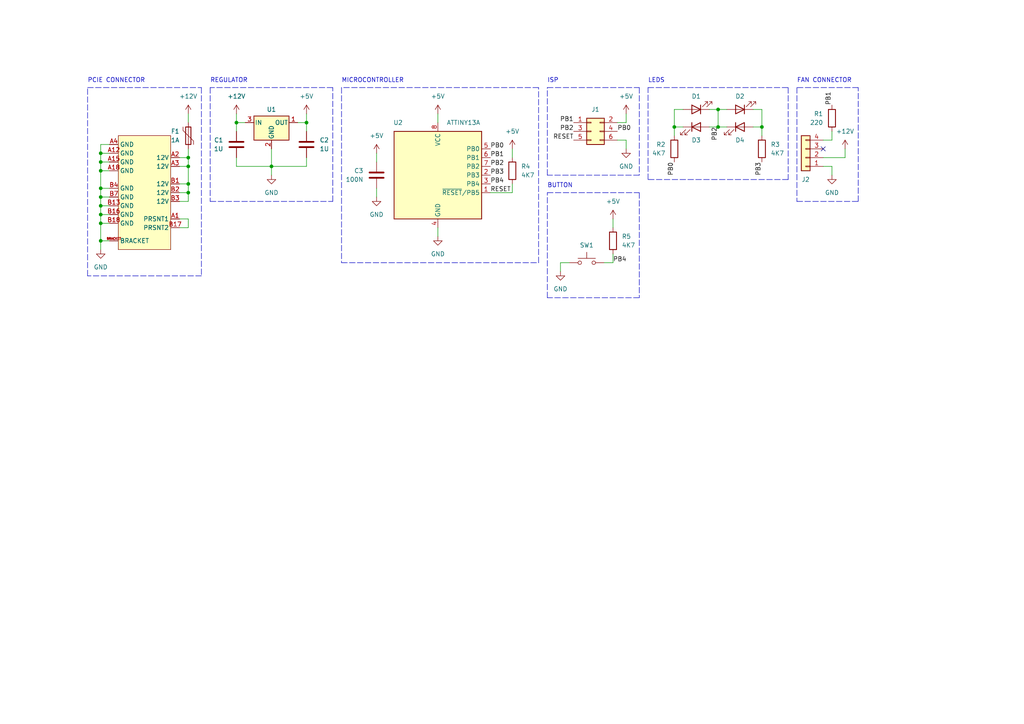
<source format=kicad_sch>
(kicad_sch (version 20211123) (generator eeschema)

  (uuid 1713d14d-cc18-4679-a970-718b860f3c91)

  (paper "A4")

  (title_block
    (title "PCIce")
    (rev "2")
    (company "Zoid Technology")
  )

  (lib_symbols
    (symbol "Connector_Generic:Conn_01x04" (pin_names (offset 1.016) hide) (in_bom yes) (on_board yes)
      (property "Reference" "J" (id 0) (at 0 5.08 0)
        (effects (font (size 1.27 1.27)))
      )
      (property "Value" "Conn_01x04" (id 1) (at 0 -7.62 0)
        (effects (font (size 1.27 1.27)))
      )
      (property "Footprint" "" (id 2) (at 0 0 0)
        (effects (font (size 1.27 1.27)) hide)
      )
      (property "Datasheet" "~" (id 3) (at 0 0 0)
        (effects (font (size 1.27 1.27)) hide)
      )
      (property "ki_keywords" "connector" (id 4) (at 0 0 0)
        (effects (font (size 1.27 1.27)) hide)
      )
      (property "ki_description" "Generic connector, single row, 01x04, script generated (kicad-library-utils/schlib/autogen/connector/)" (id 5) (at 0 0 0)
        (effects (font (size 1.27 1.27)) hide)
      )
      (property "ki_fp_filters" "Connector*:*_1x??_*" (id 6) (at 0 0 0)
        (effects (font (size 1.27 1.27)) hide)
      )
      (symbol "Conn_01x04_1_1"
        (rectangle (start -1.27 -4.953) (end 0 -5.207)
          (stroke (width 0.1524) (type default) (color 0 0 0 0))
          (fill (type none))
        )
        (rectangle (start -1.27 -2.413) (end 0 -2.667)
          (stroke (width 0.1524) (type default) (color 0 0 0 0))
          (fill (type none))
        )
        (rectangle (start -1.27 0.127) (end 0 -0.127)
          (stroke (width 0.1524) (type default) (color 0 0 0 0))
          (fill (type none))
        )
        (rectangle (start -1.27 2.667) (end 0 2.413)
          (stroke (width 0.1524) (type default) (color 0 0 0 0))
          (fill (type none))
        )
        (rectangle (start -1.27 3.81) (end 1.27 -6.35)
          (stroke (width 0.254) (type default) (color 0 0 0 0))
          (fill (type background))
        )
        (pin passive line (at -5.08 2.54 0) (length 3.81)
          (name "Pin_1" (effects (font (size 1.27 1.27))))
          (number "1" (effects (font (size 1.27 1.27))))
        )
        (pin passive line (at -5.08 0 0) (length 3.81)
          (name "Pin_2" (effects (font (size 1.27 1.27))))
          (number "2" (effects (font (size 1.27 1.27))))
        )
        (pin passive line (at -5.08 -2.54 0) (length 3.81)
          (name "Pin_3" (effects (font (size 1.27 1.27))))
          (number "3" (effects (font (size 1.27 1.27))))
        )
        (pin passive line (at -5.08 -5.08 0) (length 3.81)
          (name "Pin_4" (effects (font (size 1.27 1.27))))
          (number "4" (effects (font (size 1.27 1.27))))
        )
      )
    )
    (symbol "Connector_Generic:Conn_02x03_Odd_Even" (pin_names (offset 1.016) hide) (in_bom yes) (on_board yes)
      (property "Reference" "J" (id 0) (at 1.27 5.08 0)
        (effects (font (size 1.27 1.27)))
      )
      (property "Value" "Conn_02x03_Odd_Even" (id 1) (at 1.27 -5.08 0)
        (effects (font (size 1.27 1.27)))
      )
      (property "Footprint" "" (id 2) (at 0 0 0)
        (effects (font (size 1.27 1.27)) hide)
      )
      (property "Datasheet" "~" (id 3) (at 0 0 0)
        (effects (font (size 1.27 1.27)) hide)
      )
      (property "ki_keywords" "connector" (id 4) (at 0 0 0)
        (effects (font (size 1.27 1.27)) hide)
      )
      (property "ki_description" "Generic connector, double row, 02x03, odd/even pin numbering scheme (row 1 odd numbers, row 2 even numbers), script generated (kicad-library-utils/schlib/autogen/connector/)" (id 5) (at 0 0 0)
        (effects (font (size 1.27 1.27)) hide)
      )
      (property "ki_fp_filters" "Connector*:*_2x??_*" (id 6) (at 0 0 0)
        (effects (font (size 1.27 1.27)) hide)
      )
      (symbol "Conn_02x03_Odd_Even_1_1"
        (rectangle (start -1.27 -2.413) (end 0 -2.667)
          (stroke (width 0.1524) (type default) (color 0 0 0 0))
          (fill (type none))
        )
        (rectangle (start -1.27 0.127) (end 0 -0.127)
          (stroke (width 0.1524) (type default) (color 0 0 0 0))
          (fill (type none))
        )
        (rectangle (start -1.27 2.667) (end 0 2.413)
          (stroke (width 0.1524) (type default) (color 0 0 0 0))
          (fill (type none))
        )
        (rectangle (start -1.27 3.81) (end 3.81 -3.81)
          (stroke (width 0.254) (type default) (color 0 0 0 0))
          (fill (type background))
        )
        (rectangle (start 3.81 -2.413) (end 2.54 -2.667)
          (stroke (width 0.1524) (type default) (color 0 0 0 0))
          (fill (type none))
        )
        (rectangle (start 3.81 0.127) (end 2.54 -0.127)
          (stroke (width 0.1524) (type default) (color 0 0 0 0))
          (fill (type none))
        )
        (rectangle (start 3.81 2.667) (end 2.54 2.413)
          (stroke (width 0.1524) (type default) (color 0 0 0 0))
          (fill (type none))
        )
        (pin passive line (at -5.08 2.54 0) (length 3.81)
          (name "Pin_1" (effects (font (size 1.27 1.27))))
          (number "1" (effects (font (size 1.27 1.27))))
        )
        (pin passive line (at 7.62 2.54 180) (length 3.81)
          (name "Pin_2" (effects (font (size 1.27 1.27))))
          (number "2" (effects (font (size 1.27 1.27))))
        )
        (pin passive line (at -5.08 0 0) (length 3.81)
          (name "Pin_3" (effects (font (size 1.27 1.27))))
          (number "3" (effects (font (size 1.27 1.27))))
        )
        (pin passive line (at 7.62 0 180) (length 3.81)
          (name "Pin_4" (effects (font (size 1.27 1.27))))
          (number "4" (effects (font (size 1.27 1.27))))
        )
        (pin passive line (at -5.08 -2.54 0) (length 3.81)
          (name "Pin_5" (effects (font (size 1.27 1.27))))
          (number "5" (effects (font (size 1.27 1.27))))
        )
        (pin passive line (at 7.62 -2.54 180) (length 3.81)
          (name "Pin_6" (effects (font (size 1.27 1.27))))
          (number "6" (effects (font (size 1.27 1.27))))
        )
      )
    )
    (symbol "Device:C" (pin_numbers hide) (pin_names (offset 0.254)) (in_bom yes) (on_board yes)
      (property "Reference" "C" (id 0) (at 0.635 2.54 0)
        (effects (font (size 1.27 1.27)) (justify left))
      )
      (property "Value" "C" (id 1) (at 0.635 -2.54 0)
        (effects (font (size 1.27 1.27)) (justify left))
      )
      (property "Footprint" "" (id 2) (at 0.9652 -3.81 0)
        (effects (font (size 1.27 1.27)) hide)
      )
      (property "Datasheet" "~" (id 3) (at 0 0 0)
        (effects (font (size 1.27 1.27)) hide)
      )
      (property "ki_keywords" "cap capacitor" (id 4) (at 0 0 0)
        (effects (font (size 1.27 1.27)) hide)
      )
      (property "ki_description" "Unpolarized capacitor" (id 5) (at 0 0 0)
        (effects (font (size 1.27 1.27)) hide)
      )
      (property "ki_fp_filters" "C_*" (id 6) (at 0 0 0)
        (effects (font (size 1.27 1.27)) hide)
      )
      (symbol "C_0_1"
        (polyline
          (pts
            (xy -2.032 -0.762)
            (xy 2.032 -0.762)
          )
          (stroke (width 0.508) (type default) (color 0 0 0 0))
          (fill (type none))
        )
        (polyline
          (pts
            (xy -2.032 0.762)
            (xy 2.032 0.762)
          )
          (stroke (width 0.508) (type default) (color 0 0 0 0))
          (fill (type none))
        )
      )
      (symbol "C_1_1"
        (pin passive line (at 0 3.81 270) (length 2.794)
          (name "~" (effects (font (size 1.27 1.27))))
          (number "1" (effects (font (size 1.27 1.27))))
        )
        (pin passive line (at 0 -3.81 90) (length 2.794)
          (name "~" (effects (font (size 1.27 1.27))))
          (number "2" (effects (font (size 1.27 1.27))))
        )
      )
    )
    (symbol "Device:LED" (pin_numbers hide) (pin_names (offset 1.016) hide) (in_bom yes) (on_board yes)
      (property "Reference" "D" (id 0) (at 0 2.54 0)
        (effects (font (size 1.27 1.27)))
      )
      (property "Value" "LED" (id 1) (at 0 -2.54 0)
        (effects (font (size 1.27 1.27)))
      )
      (property "Footprint" "" (id 2) (at 0 0 0)
        (effects (font (size 1.27 1.27)) hide)
      )
      (property "Datasheet" "~" (id 3) (at 0 0 0)
        (effects (font (size 1.27 1.27)) hide)
      )
      (property "ki_keywords" "LED diode" (id 4) (at 0 0 0)
        (effects (font (size 1.27 1.27)) hide)
      )
      (property "ki_description" "Light emitting diode" (id 5) (at 0 0 0)
        (effects (font (size 1.27 1.27)) hide)
      )
      (property "ki_fp_filters" "LED* LED_SMD:* LED_THT:*" (id 6) (at 0 0 0)
        (effects (font (size 1.27 1.27)) hide)
      )
      (symbol "LED_0_1"
        (polyline
          (pts
            (xy -1.27 -1.27)
            (xy -1.27 1.27)
          )
          (stroke (width 0.254) (type default) (color 0 0 0 0))
          (fill (type none))
        )
        (polyline
          (pts
            (xy -1.27 0)
            (xy 1.27 0)
          )
          (stroke (width 0) (type default) (color 0 0 0 0))
          (fill (type none))
        )
        (polyline
          (pts
            (xy 1.27 -1.27)
            (xy 1.27 1.27)
            (xy -1.27 0)
            (xy 1.27 -1.27)
          )
          (stroke (width 0.254) (type default) (color 0 0 0 0))
          (fill (type none))
        )
        (polyline
          (pts
            (xy -3.048 -0.762)
            (xy -4.572 -2.286)
            (xy -3.81 -2.286)
            (xy -4.572 -2.286)
            (xy -4.572 -1.524)
          )
          (stroke (width 0) (type default) (color 0 0 0 0))
          (fill (type none))
        )
        (polyline
          (pts
            (xy -1.778 -0.762)
            (xy -3.302 -2.286)
            (xy -2.54 -2.286)
            (xy -3.302 -2.286)
            (xy -3.302 -1.524)
          )
          (stroke (width 0) (type default) (color 0 0 0 0))
          (fill (type none))
        )
      )
      (symbol "LED_1_1"
        (pin passive line (at -3.81 0 0) (length 2.54)
          (name "K" (effects (font (size 1.27 1.27))))
          (number "1" (effects (font (size 1.27 1.27))))
        )
        (pin passive line (at 3.81 0 180) (length 2.54)
          (name "A" (effects (font (size 1.27 1.27))))
          (number "2" (effects (font (size 1.27 1.27))))
        )
      )
    )
    (symbol "Device:Polyfuse" (pin_numbers hide) (pin_names (offset 0)) (in_bom yes) (on_board yes)
      (property "Reference" "F" (id 0) (at -2.54 0 90)
        (effects (font (size 1.27 1.27)))
      )
      (property "Value" "Polyfuse" (id 1) (at 2.54 0 90)
        (effects (font (size 1.27 1.27)))
      )
      (property "Footprint" "" (id 2) (at 1.27 -5.08 0)
        (effects (font (size 1.27 1.27)) (justify left) hide)
      )
      (property "Datasheet" "~" (id 3) (at 0 0 0)
        (effects (font (size 1.27 1.27)) hide)
      )
      (property "ki_keywords" "resettable fuse PTC PPTC polyfuse polyswitch" (id 4) (at 0 0 0)
        (effects (font (size 1.27 1.27)) hide)
      )
      (property "ki_description" "Resettable fuse, polymeric positive temperature coefficient" (id 5) (at 0 0 0)
        (effects (font (size 1.27 1.27)) hide)
      )
      (property "ki_fp_filters" "*polyfuse* *PTC*" (id 6) (at 0 0 0)
        (effects (font (size 1.27 1.27)) hide)
      )
      (symbol "Polyfuse_0_1"
        (rectangle (start -0.762 2.54) (end 0.762 -2.54)
          (stroke (width 0.254) (type default) (color 0 0 0 0))
          (fill (type none))
        )
        (polyline
          (pts
            (xy 0 2.54)
            (xy 0 -2.54)
          )
          (stroke (width 0) (type default) (color 0 0 0 0))
          (fill (type none))
        )
        (polyline
          (pts
            (xy -1.524 2.54)
            (xy -1.524 1.524)
            (xy 1.524 -1.524)
            (xy 1.524 -2.54)
          )
          (stroke (width 0) (type default) (color 0 0 0 0))
          (fill (type none))
        )
      )
      (symbol "Polyfuse_1_1"
        (pin passive line (at 0 3.81 270) (length 1.27)
          (name "~" (effects (font (size 1.27 1.27))))
          (number "1" (effects (font (size 1.27 1.27))))
        )
        (pin passive line (at 0 -3.81 90) (length 1.27)
          (name "~" (effects (font (size 1.27 1.27))))
          (number "2" (effects (font (size 1.27 1.27))))
        )
      )
    )
    (symbol "Device:R" (pin_numbers hide) (pin_names (offset 0)) (in_bom yes) (on_board yes)
      (property "Reference" "R" (id 0) (at 2.032 0 90)
        (effects (font (size 1.27 1.27)))
      )
      (property "Value" "R" (id 1) (at 0 0 90)
        (effects (font (size 1.27 1.27)))
      )
      (property "Footprint" "" (id 2) (at -1.778 0 90)
        (effects (font (size 1.27 1.27)) hide)
      )
      (property "Datasheet" "~" (id 3) (at 0 0 0)
        (effects (font (size 1.27 1.27)) hide)
      )
      (property "ki_keywords" "R res resistor" (id 4) (at 0 0 0)
        (effects (font (size 1.27 1.27)) hide)
      )
      (property "ki_description" "Resistor" (id 5) (at 0 0 0)
        (effects (font (size 1.27 1.27)) hide)
      )
      (property "ki_fp_filters" "R_*" (id 6) (at 0 0 0)
        (effects (font (size 1.27 1.27)) hide)
      )
      (symbol "R_0_1"
        (rectangle (start -1.016 -2.54) (end 1.016 2.54)
          (stroke (width 0.254) (type default) (color 0 0 0 0))
          (fill (type none))
        )
      )
      (symbol "R_1_1"
        (pin passive line (at 0 3.81 270) (length 1.27)
          (name "~" (effects (font (size 1.27 1.27))))
          (number "1" (effects (font (size 1.27 1.27))))
        )
        (pin passive line (at 0 -3.81 90) (length 1.27)
          (name "~" (effects (font (size 1.27 1.27))))
          (number "2" (effects (font (size 1.27 1.27))))
        )
      )
    )
    (symbol "MCU_Microchip_ATtiny:ATtiny13A-SS" (in_bom yes) (on_board yes)
      (property "Reference" "U" (id 0) (at -12.7 13.97 0)
        (effects (font (size 1.27 1.27)) (justify left bottom))
      )
      (property "Value" "ATtiny13A-SS" (id 1) (at 2.54 -13.97 0)
        (effects (font (size 1.27 1.27)) (justify left top))
      )
      (property "Footprint" "Package_SO:SOIC-8_3.9x4.9mm_P1.27mm" (id 2) (at 0 0 0)
        (effects (font (size 1.27 1.27) italic) hide)
      )
      (property "Datasheet" "http://ww1.microchip.com/downloads/en/DeviceDoc/doc8126.pdf" (id 3) (at 0 0 0)
        (effects (font (size 1.27 1.27)) hide)
      )
      (property "ki_keywords" "AVR 8bit Microcontroller tinyAVR" (id 4) (at 0 0 0)
        (effects (font (size 1.27 1.27)) hide)
      )
      (property "ki_description" "20MHz, 1kB Flash, 64B SRAM, 64B EEPROM, debugWIRE, SOIC-8" (id 5) (at 0 0 0)
        (effects (font (size 1.27 1.27)) hide)
      )
      (property "ki_fp_filters" "SOIC*3.9x4.9mm*P1.27mm*" (id 6) (at 0 0 0)
        (effects (font (size 1.27 1.27)) hide)
      )
      (symbol "ATtiny13A-SS_0_1"
        (rectangle (start -12.7 -12.7) (end 12.7 12.7)
          (stroke (width 0.254) (type default) (color 0 0 0 0))
          (fill (type background))
        )
      )
      (symbol "ATtiny13A-SS_1_1"
        (pin bidirectional line (at 15.24 -5.08 180) (length 2.54)
          (name "~{RESET}/PB5" (effects (font (size 1.27 1.27))))
          (number "1" (effects (font (size 1.27 1.27))))
        )
        (pin bidirectional line (at 15.24 0 180) (length 2.54)
          (name "PB3" (effects (font (size 1.27 1.27))))
          (number "2" (effects (font (size 1.27 1.27))))
        )
        (pin bidirectional line (at 15.24 -2.54 180) (length 2.54)
          (name "PB4" (effects (font (size 1.27 1.27))))
          (number "3" (effects (font (size 1.27 1.27))))
        )
        (pin power_in line (at 0 -15.24 90) (length 2.54)
          (name "GND" (effects (font (size 1.27 1.27))))
          (number "4" (effects (font (size 1.27 1.27))))
        )
        (pin bidirectional line (at 15.24 7.62 180) (length 2.54)
          (name "PB0" (effects (font (size 1.27 1.27))))
          (number "5" (effects (font (size 1.27 1.27))))
        )
        (pin bidirectional line (at 15.24 5.08 180) (length 2.54)
          (name "PB1" (effects (font (size 1.27 1.27))))
          (number "6" (effects (font (size 1.27 1.27))))
        )
        (pin bidirectional line (at 15.24 2.54 180) (length 2.54)
          (name "PB2" (effects (font (size 1.27 1.27))))
          (number "7" (effects (font (size 1.27 1.27))))
        )
        (pin power_in line (at 0 15.24 270) (length 2.54)
          (name "VCC" (effects (font (size 1.27 1.27))))
          (number "8" (effects (font (size 1.27 1.27))))
        )
      )
    )
    (symbol "Switch:SW_Push" (pin_numbers hide) (pin_names (offset 1.016) hide) (in_bom yes) (on_board yes)
      (property "Reference" "SW" (id 0) (at 1.27 2.54 0)
        (effects (font (size 1.27 1.27)) (justify left))
      )
      (property "Value" "SW_Push" (id 1) (at 0 -1.524 0)
        (effects (font (size 1.27 1.27)))
      )
      (property "Footprint" "" (id 2) (at 0 5.08 0)
        (effects (font (size 1.27 1.27)) hide)
      )
      (property "Datasheet" "~" (id 3) (at 0 5.08 0)
        (effects (font (size 1.27 1.27)) hide)
      )
      (property "ki_keywords" "switch normally-open pushbutton push-button" (id 4) (at 0 0 0)
        (effects (font (size 1.27 1.27)) hide)
      )
      (property "ki_description" "Push button switch, generic, two pins" (id 5) (at 0 0 0)
        (effects (font (size 1.27 1.27)) hide)
      )
      (symbol "SW_Push_0_1"
        (circle (center -2.032 0) (radius 0.508)
          (stroke (width 0) (type default) (color 0 0 0 0))
          (fill (type none))
        )
        (polyline
          (pts
            (xy 0 1.27)
            (xy 0 3.048)
          )
          (stroke (width 0) (type default) (color 0 0 0 0))
          (fill (type none))
        )
        (polyline
          (pts
            (xy 2.54 1.27)
            (xy -2.54 1.27)
          )
          (stroke (width 0) (type default) (color 0 0 0 0))
          (fill (type none))
        )
        (circle (center 2.032 0) (radius 0.508)
          (stroke (width 0) (type default) (color 0 0 0 0))
          (fill (type none))
        )
        (pin passive line (at -5.08 0 0) (length 2.54)
          (name "1" (effects (font (size 1.27 1.27))))
          (number "1" (effects (font (size 1.27 1.27))))
        )
        (pin passive line (at 5.08 0 180) (length 2.54)
          (name "2" (effects (font (size 1.27 1.27))))
          (number "2" (effects (font (size 1.27 1.27))))
        )
      )
    )
    (symbol "_Symbols:GENERIC_REGULATOR_SOT89" (pin_names (offset 0.254)) (in_bom yes) (on_board yes)
      (property "Reference" "U" (id 0) (at -3.81 3.81 0)
        (effects (font (size 1.27 1.27)))
      )
      (property "Value" "GENERIC_REGULATOR_SOT89" (id 1) (at 1.27 3.81 0)
        (effects (font (size 1.27 1.27)) (justify left))
      )
      (property "Footprint" "_Footprints:SOT89-3" (id 2) (at 0 6.35 0)
        (effects (font (size 1.27 1.27) italic) hide)
      )
      (property "Datasheet" "" (id 3) (at 0 -1.27 0)
        (effects (font (size 1.27 1.27)) hide)
      )
      (property "ki_fp_filters" "SOT?89*" (id 4) (at 0 0 0)
        (effects (font (size 1.27 1.27)) hide)
      )
      (symbol "GENERIC_REGULATOR_SOT89_0_1"
        (rectangle (start -5.08 1.905) (end 5.08 -5.08)
          (stroke (width 0.254) (type default) (color 0 0 0 0))
          (fill (type background))
        )
      )
      (symbol "GENERIC_REGULATOR_SOT89_1_1"
        (pin power_out line (at 7.62 0 180) (length 2.54)
          (name "OUT" (effects (font (size 1.27 1.27))))
          (number "1" (effects (font (size 1.27 1.27))))
        )
        (pin power_in line (at 0 -7.62 90) (length 2.54)
          (name "GND" (effects (font (size 1.27 1.27))))
          (number "2" (effects (font (size 1.27 1.27))))
        )
        (pin power_in line (at -7.62 0 0) (length 2.54)
          (name "IN" (effects (font (size 1.27 1.27))))
          (number "3" (effects (font (size 1.27 1.27))))
        )
      )
    )
    (symbol "_Symbols:PCIE_X1_12V" (in_bom no) (on_board yes)
      (property "Reference" "J" (id 0) (at 0 -21.59 0)
        (effects (font (size 1.27 1.27)))
      )
      (property "Value" "PCIE_X1_12V" (id 1) (at 0 16.51 0)
        (effects (font (size 1.27 1.27)))
      )
      (property "Footprint" "_Footprints:PCIE_X1_12V" (id 2) (at -58.42 30.48 0)
        (effects (font (size 1.27 1.27)) hide)
      )
      (property "Datasheet" "" (id 3) (at -58.42 30.48 0)
        (effects (font (size 1.27 1.27)) hide)
      )
      (symbol "PCIE_X1_12V_0_0"
        (pin passive line (at 10.16 -10.16 180) (length 2.54)
          (name "PRSNT1" (effects (font (size 1.27 1.27))))
          (number "A1" (effects (font (size 1.27 1.27))))
        )
        (pin passive line (at -10.16 8.89 0) (length 2.54)
          (name "GND" (effects (font (size 1.27 1.27))))
          (number "A12" (effects (font (size 1.27 1.27))))
        )
        (pin passive line (at -10.16 6.35 0) (length 2.54)
          (name "GND" (effects (font (size 1.27 1.27))))
          (number "A15" (effects (font (size 1.27 1.27))))
        )
        (pin passive line (at -10.16 3.81 0) (length 2.54)
          (name "GND" (effects (font (size 1.27 1.27))))
          (number "A18" (effects (font (size 1.27 1.27))))
        )
        (pin passive line (at 10.16 7.62 180) (length 2.54)
          (name "12V" (effects (font (size 1.27 1.27))))
          (number "A2" (effects (font (size 1.27 1.27))))
        )
        (pin passive line (at 10.16 5.08 180) (length 2.54)
          (name "12V" (effects (font (size 1.27 1.27))))
          (number "A3" (effects (font (size 1.27 1.27))))
        )
        (pin passive line (at -10.16 11.43 0) (length 2.54)
          (name "GND" (effects (font (size 1.27 1.27))))
          (number "A4" (effects (font (size 1.27 1.27))))
        )
        (pin passive line (at 10.16 0 180) (length 2.54)
          (name "12V" (effects (font (size 1.27 1.27))))
          (number "B1" (effects (font (size 1.27 1.27))))
        )
        (pin passive line (at -10.16 -6.35 0) (length 2.54)
          (name "GND" (effects (font (size 1.27 1.27))))
          (number "B13" (effects (font (size 1.27 1.27))))
        )
        (pin passive line (at -10.16 -8.89 0) (length 2.54)
          (name "GND" (effects (font (size 1.27 1.27))))
          (number "B16" (effects (font (size 1.27 1.27))))
        )
        (pin passive line (at 10.16 -12.7 180) (length 2.54)
          (name "PRSNT2" (effects (font (size 1.27 1.27))))
          (number "B17" (effects (font (size 1.27 1.27))))
        )
        (pin passive line (at -10.16 -11.43 0) (length 2.54)
          (name "GND" (effects (font (size 1.27 1.27))))
          (number "B18" (effects (font (size 1.27 1.27))))
        )
        (pin passive line (at 10.16 -2.54 180) (length 2.54)
          (name "12V" (effects (font (size 1.27 1.27))))
          (number "B2" (effects (font (size 1.27 1.27))))
        )
        (pin passive line (at 10.16 -5.08 180) (length 2.54)
          (name "12V" (effects (font (size 1.27 1.27))))
          (number "B3" (effects (font (size 1.27 1.27))))
        )
        (pin passive line (at -10.16 -1.27 0) (length 2.54)
          (name "GND" (effects (font (size 1.27 1.27))))
          (number "B4" (effects (font (size 1.27 1.27))))
        )
        (pin passive line (at -10.16 -3.81 0) (length 2.54)
          (name "GND" (effects (font (size 1.27 1.27))))
          (number "B7" (effects (font (size 1.27 1.27))))
        )
      )
      (symbol "PCIE_X1_12V_0_1"
        (rectangle (start -7.62 13.97) (end 7.62 -19.05)
          (stroke (width 0) (type default) (color 0 0 0 0))
          (fill (type background))
        )
      )
      (symbol "PCIE_X1_12V_1_1"
        (pin passive line (at -10.16 -16.51 0) (length 2.54)
          (name "BRACKET" (effects (font (size 1.27 1.27))))
          (number "BRACKET" (effects (font (size 0.635 0.635))))
        )
      )
    )
    (symbol "power:+12V" (power) (pin_names (offset 0)) (in_bom yes) (on_board yes)
      (property "Reference" "#PWR" (id 0) (at 0 -3.81 0)
        (effects (font (size 1.27 1.27)) hide)
      )
      (property "Value" "+12V" (id 1) (at 0 3.556 0)
        (effects (font (size 1.27 1.27)))
      )
      (property "Footprint" "" (id 2) (at 0 0 0)
        (effects (font (size 1.27 1.27)) hide)
      )
      (property "Datasheet" "" (id 3) (at 0 0 0)
        (effects (font (size 1.27 1.27)) hide)
      )
      (property "ki_keywords" "power-flag" (id 4) (at 0 0 0)
        (effects (font (size 1.27 1.27)) hide)
      )
      (property "ki_description" "Power symbol creates a global label with name \"+12V\"" (id 5) (at 0 0 0)
        (effects (font (size 1.27 1.27)) hide)
      )
      (symbol "+12V_0_1"
        (polyline
          (pts
            (xy -0.762 1.27)
            (xy 0 2.54)
          )
          (stroke (width 0) (type default) (color 0 0 0 0))
          (fill (type none))
        )
        (polyline
          (pts
            (xy 0 0)
            (xy 0 2.54)
          )
          (stroke (width 0) (type default) (color 0 0 0 0))
          (fill (type none))
        )
        (polyline
          (pts
            (xy 0 2.54)
            (xy 0.762 1.27)
          )
          (stroke (width 0) (type default) (color 0 0 0 0))
          (fill (type none))
        )
      )
      (symbol "+12V_1_1"
        (pin power_in line (at 0 0 90) (length 0) hide
          (name "+12V" (effects (font (size 1.27 1.27))))
          (number "1" (effects (font (size 1.27 1.27))))
        )
      )
    )
    (symbol "power:+5V" (power) (pin_names (offset 0)) (in_bom yes) (on_board yes)
      (property "Reference" "#PWR" (id 0) (at 0 -3.81 0)
        (effects (font (size 1.27 1.27)) hide)
      )
      (property "Value" "+5V" (id 1) (at 0 3.556 0)
        (effects (font (size 1.27 1.27)))
      )
      (property "Footprint" "" (id 2) (at 0 0 0)
        (effects (font (size 1.27 1.27)) hide)
      )
      (property "Datasheet" "" (id 3) (at 0 0 0)
        (effects (font (size 1.27 1.27)) hide)
      )
      (property "ki_keywords" "power-flag" (id 4) (at 0 0 0)
        (effects (font (size 1.27 1.27)) hide)
      )
      (property "ki_description" "Power symbol creates a global label with name \"+5V\"" (id 5) (at 0 0 0)
        (effects (font (size 1.27 1.27)) hide)
      )
      (symbol "+5V_0_1"
        (polyline
          (pts
            (xy -0.762 1.27)
            (xy 0 2.54)
          )
          (stroke (width 0) (type default) (color 0 0 0 0))
          (fill (type none))
        )
        (polyline
          (pts
            (xy 0 0)
            (xy 0 2.54)
          )
          (stroke (width 0) (type default) (color 0 0 0 0))
          (fill (type none))
        )
        (polyline
          (pts
            (xy 0 2.54)
            (xy 0.762 1.27)
          )
          (stroke (width 0) (type default) (color 0 0 0 0))
          (fill (type none))
        )
      )
      (symbol "+5V_1_1"
        (pin power_in line (at 0 0 90) (length 0) hide
          (name "+5V" (effects (font (size 1.27 1.27))))
          (number "1" (effects (font (size 1.27 1.27))))
        )
      )
    )
    (symbol "power:GND" (power) (pin_names (offset 0)) (in_bom yes) (on_board yes)
      (property "Reference" "#PWR" (id 0) (at 0 -6.35 0)
        (effects (font (size 1.27 1.27)) hide)
      )
      (property "Value" "GND" (id 1) (at 0 -3.81 0)
        (effects (font (size 1.27 1.27)))
      )
      (property "Footprint" "" (id 2) (at 0 0 0)
        (effects (font (size 1.27 1.27)) hide)
      )
      (property "Datasheet" "" (id 3) (at 0 0 0)
        (effects (font (size 1.27 1.27)) hide)
      )
      (property "ki_keywords" "power-flag" (id 4) (at 0 0 0)
        (effects (font (size 1.27 1.27)) hide)
      )
      (property "ki_description" "Power symbol creates a global label with name \"GND\" , ground" (id 5) (at 0 0 0)
        (effects (font (size 1.27 1.27)) hide)
      )
      (symbol "GND_0_1"
        (polyline
          (pts
            (xy 0 0)
            (xy 0 -1.27)
            (xy 1.27 -1.27)
            (xy 0 -2.54)
            (xy -1.27 -1.27)
            (xy 0 -1.27)
          )
          (stroke (width 0) (type default) (color 0 0 0 0))
          (fill (type none))
        )
      )
      (symbol "GND_1_1"
        (pin power_in line (at 0 0 270) (length 0) hide
          (name "GND" (effects (font (size 1.27 1.27))))
          (number "1" (effects (font (size 1.27 1.27))))
        )
      )
    )
  )

  (junction (at 29.21 59.69) (diameter 0) (color 0 0 0 0)
    (uuid 013d5b64-2a42-4056-952f-4d90df15e89c)
  )
  (junction (at 29.21 44.45) (diameter 0) (color 0 0 0 0)
    (uuid 1aaf8a45-bfe5-4edb-b8c6-3220ed41ecc3)
  )
  (junction (at 220.98 36.83) (diameter 0) (color 0 0 0 0)
    (uuid 2f6ccfd4-03f6-4b02-a600-ecda28e52946)
  )
  (junction (at 208.28 36.83) (diameter 0) (color 0 0 0 0)
    (uuid 46545d8e-9d26-4f6d-95de-3e37982a7505)
  )
  (junction (at 29.21 49.53) (diameter 0) (color 0 0 0 0)
    (uuid 528e4f07-0774-4d26-9e20-99db65ac0d0c)
  )
  (junction (at 68.58 35.56) (diameter 0) (color 0 0 0 0)
    (uuid 5410477e-fc0b-4095-8902-863cef0e9fe8)
  )
  (junction (at 78.74 48.26) (diameter 0) (color 0 0 0 0)
    (uuid 65659e65-08f2-4057-b12d-6b12c7fbdeeb)
  )
  (junction (at 29.21 54.61) (diameter 0) (color 0 0 0 0)
    (uuid 6a5db48e-3baa-40c9-b0de-64674cccc318)
  )
  (junction (at 29.21 57.15) (diameter 0) (color 0 0 0 0)
    (uuid 736b3364-7a8a-4744-bf78-45413204be59)
  )
  (junction (at 29.21 64.77) (diameter 0) (color 0 0 0 0)
    (uuid 9bd759f5-0291-407b-aa5d-591c2d2c8ce0)
  )
  (junction (at 54.61 53.34) (diameter 0) (color 0 0 0 0)
    (uuid 9f664423-8d54-4c61-95bd-2ba2782fe285)
  )
  (junction (at 208.28 31.75) (diameter 0) (color 0 0 0 0)
    (uuid a412127f-26d2-4aff-acf0-632b2bc601ec)
  )
  (junction (at 29.21 46.99) (diameter 0) (color 0 0 0 0)
    (uuid a98d427f-89d6-4e08-bc86-ca5c9f4f8b6b)
  )
  (junction (at 29.21 62.23) (diameter 0) (color 0 0 0 0)
    (uuid aa6c3d95-14ce-4260-a183-c5d249324d43)
  )
  (junction (at 195.58 36.83) (diameter 0) (color 0 0 0 0)
    (uuid abef5ba3-d2d5-434d-9079-3d80ad1a087d)
  )
  (junction (at 88.9 35.56) (diameter 0) (color 0 0 0 0)
    (uuid af9fb4fa-6c1f-41fe-aa1d-2e422c7c660b)
  )
  (junction (at 54.61 55.88) (diameter 0) (color 0 0 0 0)
    (uuid ce361deb-a8fd-4d43-b209-9a62eefd225e)
  )
  (junction (at 29.21 69.85) (diameter 0) (color 0 0 0 0)
    (uuid dae078b5-a219-4d6f-b63c-39cdad8bdf7a)
  )
  (junction (at 54.61 48.26) (diameter 0) (color 0 0 0 0)
    (uuid e1239354-2bdb-4681-8ea5-aea017ac815e)
  )
  (junction (at 54.61 45.72) (diameter 0) (color 0 0 0 0)
    (uuid eca2f643-9db1-4a2e-aca5-5213e46f82e4)
  )

  (no_connect (at 238.76 43.18) (uuid 2f1e35f2-eda3-4acd-ac0d-b8658a7c3edf))

  (wire (pts (xy 195.58 31.75) (xy 195.58 36.83))
    (stroke (width 0) (type default) (color 0 0 0 0))
    (uuid 01dcb27d-45f3-459a-b345-ce7dc1968ddf)
  )
  (wire (pts (xy 179.07 35.56) (xy 181.61 35.56))
    (stroke (width 0) (type default) (color 0 0 0 0))
    (uuid 02e426ba-878c-485d-9f13-3996a0b9f2da)
  )
  (wire (pts (xy 78.74 48.26) (xy 78.74 50.8))
    (stroke (width 0) (type default) (color 0 0 0 0))
    (uuid 03ef7e9b-39b5-4f40-8654-04e6e9e6f64d)
  )
  (wire (pts (xy 238.76 40.64) (xy 241.3 40.64))
    (stroke (width 0) (type default) (color 0 0 0 0))
    (uuid 0964d0cc-a5af-4875-91ff-73c1e87e9d97)
  )
  (wire (pts (xy 109.22 44.45) (xy 109.22 46.99))
    (stroke (width 0) (type default) (color 0 0 0 0))
    (uuid 0fb939d5-3ec4-4942-abca-25cd946c1123)
  )
  (wire (pts (xy 52.07 55.88) (xy 54.61 55.88))
    (stroke (width 0) (type default) (color 0 0 0 0))
    (uuid 167f00a2-1b51-4e63-a3ba-b7e53a6902eb)
  )
  (wire (pts (xy 29.21 57.15) (xy 29.21 59.69))
    (stroke (width 0) (type default) (color 0 0 0 0))
    (uuid 18bff144-532a-4390-9235-4df1c61f3d15)
  )
  (wire (pts (xy 78.74 43.18) (xy 78.74 48.26))
    (stroke (width 0) (type default) (color 0 0 0 0))
    (uuid 195631a5-93d3-4e8f-908c-a1143b7636d9)
  )
  (wire (pts (xy 198.12 31.75) (xy 195.58 31.75))
    (stroke (width 0) (type default) (color 0 0 0 0))
    (uuid 1a6ccccc-dea3-41e7-8a1d-b237a961e3b9)
  )
  (wire (pts (xy 29.21 41.91) (xy 29.21 44.45))
    (stroke (width 0) (type default) (color 0 0 0 0))
    (uuid 1b6d39d5-de1b-4418-b389-f256037afdbf)
  )
  (polyline (pts (xy 158.75 25.4) (xy 185.42 25.4))
    (stroke (width 0) (type default) (color 0 0 0 0))
    (uuid 209d7c5e-fe98-4478-b385-0c56f9a6d43c)
  )
  (polyline (pts (xy 185.42 55.88) (xy 185.42 86.36))
    (stroke (width 0) (type default) (color 0 0 0 0))
    (uuid 22df4a6a-e847-4e56-b13b-eeb0ffd8f31c)
  )

  (wire (pts (xy 29.21 62.23) (xy 31.75 62.23))
    (stroke (width 0) (type default) (color 0 0 0 0))
    (uuid 23268725-49be-4b44-bf9f-09caa2def614)
  )
  (wire (pts (xy 88.9 35.56) (xy 88.9 33.02))
    (stroke (width 0) (type default) (color 0 0 0 0))
    (uuid 23b340af-bfe1-4d81-ad08-cda0e2c334dd)
  )
  (polyline (pts (xy 187.96 52.07) (xy 187.96 25.4))
    (stroke (width 0) (type default) (color 0 0 0 0))
    (uuid 25946377-c409-4c4c-b899-569d59af9a65)
  )

  (wire (pts (xy 68.58 35.56) (xy 71.12 35.56))
    (stroke (width 0) (type default) (color 0 0 0 0))
    (uuid 25be4577-b71a-4d9e-b042-f2c1e992a347)
  )
  (polyline (pts (xy 231.14 25.4) (xy 231.14 58.42))
    (stroke (width 0) (type default) (color 0 0 0 0))
    (uuid 26c7ad1c-70d1-425f-a54b-a9f858d401da)
  )
  (polyline (pts (xy 248.92 58.42) (xy 248.92 25.4))
    (stroke (width 0) (type default) (color 0 0 0 0))
    (uuid 27a4aa54-feb2-40c3-bc7b-8884178ff74c)
  )

  (wire (pts (xy 181.61 35.56) (xy 181.61 33.02))
    (stroke (width 0) (type default) (color 0 0 0 0))
    (uuid 2950b912-9e6d-4e6d-8b1d-209aa5f184bf)
  )
  (wire (pts (xy 162.56 76.2) (xy 165.1 76.2))
    (stroke (width 0) (type default) (color 0 0 0 0))
    (uuid 29fab6a7-9936-428f-98cf-f245ce033e00)
  )
  (polyline (pts (xy 185.42 86.36) (xy 158.75 86.36))
    (stroke (width 0) (type default) (color 0 0 0 0))
    (uuid 2a73afbe-264f-4e99-b4e2-6f89db478692)
  )

  (wire (pts (xy 54.61 63.5) (xy 54.61 66.04))
    (stroke (width 0) (type default) (color 0 0 0 0))
    (uuid 2c1fc6b5-075a-48a4-be5d-e181d4a6ab45)
  )
  (wire (pts (xy 29.21 59.69) (xy 29.21 62.23))
    (stroke (width 0) (type default) (color 0 0 0 0))
    (uuid 2c58a9fd-391b-48e4-8a11-bdb22edc9df6)
  )
  (polyline (pts (xy 156.21 25.4) (xy 99.06 25.4))
    (stroke (width 0) (type default) (color 0 0 0 0))
    (uuid 3170b5f9-1a07-4114-b100-e997fb60b582)
  )

  (wire (pts (xy 220.98 31.75) (xy 220.98 36.83))
    (stroke (width 0) (type default) (color 0 0 0 0))
    (uuid 346b24a1-6910-4fd2-b771-f1f936d04e31)
  )
  (wire (pts (xy 241.3 48.26) (xy 241.3 50.8))
    (stroke (width 0) (type default) (color 0 0 0 0))
    (uuid 346d5513-2446-431c-b163-331f0024e340)
  )
  (wire (pts (xy 88.9 35.56) (xy 88.9 38.1))
    (stroke (width 0) (type default) (color 0 0 0 0))
    (uuid 3bdc52a6-6643-4a02-b616-8da0f3ab64fa)
  )
  (wire (pts (xy 54.61 55.88) (xy 54.61 53.34))
    (stroke (width 0) (type default) (color 0 0 0 0))
    (uuid 3c6bd521-cc1f-4fe5-baa2-be576aae9363)
  )
  (wire (pts (xy 195.58 36.83) (xy 195.58 39.37))
    (stroke (width 0) (type default) (color 0 0 0 0))
    (uuid 3efa0ed5-7cd5-4e2a-9117-e635338097a8)
  )
  (wire (pts (xy 241.3 40.64) (xy 241.3 38.1))
    (stroke (width 0) (type default) (color 0 0 0 0))
    (uuid 44f68103-fdc4-4a0f-9534-ccf74bd448b1)
  )
  (wire (pts (xy 29.21 54.61) (xy 31.75 54.61))
    (stroke (width 0) (type default) (color 0 0 0 0))
    (uuid 453609c4-5c7f-4428-a055-b149bd46b9fa)
  )
  (wire (pts (xy 205.74 31.75) (xy 208.28 31.75))
    (stroke (width 0) (type default) (color 0 0 0 0))
    (uuid 45eb77aa-4767-4e70-b28c-b855cf49e205)
  )
  (wire (pts (xy 148.59 43.18) (xy 148.59 45.72))
    (stroke (width 0) (type default) (color 0 0 0 0))
    (uuid 487f241c-023a-4f9e-b089-6413d8e866a4)
  )
  (wire (pts (xy 29.21 49.53) (xy 31.75 49.53))
    (stroke (width 0) (type default) (color 0 0 0 0))
    (uuid 48a97264-d022-4063-85a1-b9107988792c)
  )
  (wire (pts (xy 78.74 48.26) (xy 88.9 48.26))
    (stroke (width 0) (type default) (color 0 0 0 0))
    (uuid 4bce096c-ed78-4080-b2e0-dc35b26419f5)
  )
  (wire (pts (xy 220.98 36.83) (xy 220.98 39.37))
    (stroke (width 0) (type default) (color 0 0 0 0))
    (uuid 4c0ba292-29cf-4cd6-9c21-c038b1b8de96)
  )
  (polyline (pts (xy 58.42 25.4) (xy 58.42 80.01))
    (stroke (width 0) (type default) (color 0 0 0 0))
    (uuid 4f73d0ca-38bb-4c1f-9328-7d72d1c9cc02)
  )

  (wire (pts (xy 162.56 78.74) (xy 162.56 76.2))
    (stroke (width 0) (type default) (color 0 0 0 0))
    (uuid 5125d280-3ade-4761-8d6d-186c414de582)
  )
  (polyline (pts (xy 96.52 25.4) (xy 60.96 25.4))
    (stroke (width 0) (type default) (color 0 0 0 0))
    (uuid 56b9433a-542c-414a-8e08-73476735378c)
  )
  (polyline (pts (xy 25.4 25.4) (xy 58.42 25.4))
    (stroke (width 0) (type default) (color 0 0 0 0))
    (uuid 5985c61d-a899-4358-be2f-669bd6363c5f)
  )

  (wire (pts (xy 54.61 53.34) (xy 52.07 53.34))
    (stroke (width 0) (type default) (color 0 0 0 0))
    (uuid 5bede907-7513-438e-9613-49003fe21d77)
  )
  (wire (pts (xy 29.21 64.77) (xy 29.21 69.85))
    (stroke (width 0) (type default) (color 0 0 0 0))
    (uuid 5fb6268a-55b5-451a-b3bc-532c76cb0807)
  )
  (wire (pts (xy 29.21 59.69) (xy 31.75 59.69))
    (stroke (width 0) (type default) (color 0 0 0 0))
    (uuid 5fda3f36-23cf-4f6a-bde2-6f6b948e0edc)
  )
  (polyline (pts (xy 96.52 58.42) (xy 96.52 25.4))
    (stroke (width 0) (type default) (color 0 0 0 0))
    (uuid 5ffbb090-02d3-40a1-92ec-7dfd38f102c9)
  )

  (wire (pts (xy 29.21 69.85) (xy 29.21 72.39))
    (stroke (width 0) (type default) (color 0 0 0 0))
    (uuid 634f08ff-1988-45a4-b890-9e7edfd31584)
  )
  (polyline (pts (xy 58.42 80.01) (xy 25.4 80.01))
    (stroke (width 0) (type default) (color 0 0 0 0))
    (uuid 65bdf412-41dd-43aa-b1da-3bf26c492a32)
  )

  (wire (pts (xy 29.21 46.99) (xy 31.75 46.99))
    (stroke (width 0) (type default) (color 0 0 0 0))
    (uuid 671abafa-f8b5-45a6-8f20-10b6c0a0687f)
  )
  (wire (pts (xy 54.61 45.72) (xy 52.07 45.72))
    (stroke (width 0) (type default) (color 0 0 0 0))
    (uuid 6a43f222-30b4-40a7-860e-5b1b0e99e203)
  )
  (polyline (pts (xy 158.75 50.8) (xy 158.75 25.4))
    (stroke (width 0) (type default) (color 0 0 0 0))
    (uuid 6dfcba14-4015-483c-ba28-57e6f3556524)
  )

  (wire (pts (xy 109.22 54.61) (xy 109.22 57.15))
    (stroke (width 0) (type default) (color 0 0 0 0))
    (uuid 6e1b88c9-e950-4a74-854e-394a83df8a57)
  )
  (wire (pts (xy 31.75 41.91) (xy 29.21 41.91))
    (stroke (width 0) (type default) (color 0 0 0 0))
    (uuid 704fec7b-aa53-433d-a6e0-387493c3fad3)
  )
  (wire (pts (xy 29.21 57.15) (xy 31.75 57.15))
    (stroke (width 0) (type default) (color 0 0 0 0))
    (uuid 75f9d081-549a-43fa-8d3d-416cf1221270)
  )
  (wire (pts (xy 54.61 66.04) (xy 52.07 66.04))
    (stroke (width 0) (type default) (color 0 0 0 0))
    (uuid 77e8b0a7-1643-4db8-b168-d2132d776599)
  )
  (wire (pts (xy 29.21 49.53) (xy 29.21 54.61))
    (stroke (width 0) (type default) (color 0 0 0 0))
    (uuid 7f3a79b5-f448-4e9f-8e6c-e8d31f28abe8)
  )
  (wire (pts (xy 54.61 53.34) (xy 54.61 48.26))
    (stroke (width 0) (type default) (color 0 0 0 0))
    (uuid 830511e5-1f82-48ee-bbd1-f39450f668ed)
  )
  (wire (pts (xy 52.07 58.42) (xy 54.61 58.42))
    (stroke (width 0) (type default) (color 0 0 0 0))
    (uuid 8d1d05a8-2199-4278-b453-5f87605fe09c)
  )
  (wire (pts (xy 54.61 33.02) (xy 54.61 35.56))
    (stroke (width 0) (type default) (color 0 0 0 0))
    (uuid 8d77f3f3-db21-4660-adc4-15eac9e33d29)
  )
  (wire (pts (xy 195.58 36.83) (xy 198.12 36.83))
    (stroke (width 0) (type default) (color 0 0 0 0))
    (uuid 9111811b-d5a4-47b9-b72b-48019e1bf0d3)
  )
  (wire (pts (xy 68.58 48.26) (xy 78.74 48.26))
    (stroke (width 0) (type default) (color 0 0 0 0))
    (uuid 9141bd40-5ef5-452e-bec4-b0e660bd6c93)
  )
  (polyline (pts (xy 185.42 25.4) (xy 185.42 50.8))
    (stroke (width 0) (type default) (color 0 0 0 0))
    (uuid 91a85bef-b8df-4d86-b512-f57e46759e61)
  )
  (polyline (pts (xy 185.42 50.8) (xy 158.75 50.8))
    (stroke (width 0) (type default) (color 0 0 0 0))
    (uuid 944b428e-6e35-4851-9b72-ef676284bafa)
  )

  (wire (pts (xy 181.61 40.64) (xy 181.61 43.18))
    (stroke (width 0) (type default) (color 0 0 0 0))
    (uuid 95c1b6aa-4c9c-4c8f-b45a-aa029c106c56)
  )
  (wire (pts (xy 54.61 43.18) (xy 54.61 45.72))
    (stroke (width 0) (type default) (color 0 0 0 0))
    (uuid 96a20a64-2a3d-49d0-983a-badf317cc70e)
  )
  (wire (pts (xy 29.21 44.45) (xy 31.75 44.45))
    (stroke (width 0) (type default) (color 0 0 0 0))
    (uuid 96c4f9db-e0d1-4e73-a4ee-57bea38ddbba)
  )
  (polyline (pts (xy 158.75 86.36) (xy 158.75 55.88))
    (stroke (width 0) (type default) (color 0 0 0 0))
    (uuid 96ff0714-5238-4ded-a3bf-2161821a45be)
  )

  (wire (pts (xy 29.21 64.77) (xy 31.75 64.77))
    (stroke (width 0) (type default) (color 0 0 0 0))
    (uuid 98b5d20e-a0bf-4e77-85df-b3fb13760b1c)
  )
  (wire (pts (xy 88.9 48.26) (xy 88.9 45.72))
    (stroke (width 0) (type default) (color 0 0 0 0))
    (uuid 9beab891-fc7a-41b5-acca-2dd1c1e28326)
  )
  (wire (pts (xy 52.07 48.26) (xy 54.61 48.26))
    (stroke (width 0) (type default) (color 0 0 0 0))
    (uuid 9fc19bf2-ba1d-433c-8d52-a0c9c12706ab)
  )
  (wire (pts (xy 142.24 55.88) (xy 148.59 55.88))
    (stroke (width 0) (type default) (color 0 0 0 0))
    (uuid a1df6b70-33be-43f1-ba5a-e219a4a8ece5)
  )
  (wire (pts (xy 208.28 31.75) (xy 210.82 31.75))
    (stroke (width 0) (type default) (color 0 0 0 0))
    (uuid a265bb0f-92cd-4e12-969f-ec9cdeca062b)
  )
  (polyline (pts (xy 228.6 52.07) (xy 187.96 52.07))
    (stroke (width 0) (type default) (color 0 0 0 0))
    (uuid a574b9b6-712b-4914-b48c-bb9705d86f6a)
  )

  (wire (pts (xy 29.21 44.45) (xy 29.21 46.99))
    (stroke (width 0) (type default) (color 0 0 0 0))
    (uuid a7ae5f43-ff91-4f01-bcb3-91c3772a2876)
  )
  (wire (pts (xy 68.58 33.02) (xy 68.58 35.56))
    (stroke (width 0) (type default) (color 0 0 0 0))
    (uuid a850b797-5e88-4777-b91e-2c66a48fe1d5)
  )
  (wire (pts (xy 218.44 36.83) (xy 220.98 36.83))
    (stroke (width 0) (type default) (color 0 0 0 0))
    (uuid a9cabe77-97d6-4ac3-bd8c-37c85dcef8cd)
  )
  (polyline (pts (xy 228.6 25.4) (xy 228.6 52.07))
    (stroke (width 0) (type default) (color 0 0 0 0))
    (uuid aa5b72b9-e30d-492e-acae-0e59061f8365)
  )
  (polyline (pts (xy 60.96 25.4) (xy 60.96 58.42))
    (stroke (width 0) (type default) (color 0 0 0 0))
    (uuid aad29fae-ecfe-4d72-8ffd-e72a1f56cf61)
  )

  (wire (pts (xy 29.21 69.85) (xy 31.75 69.85))
    (stroke (width 0) (type default) (color 0 0 0 0))
    (uuid adb9ed0f-c089-4775-831a-41e214cf63a6)
  )
  (wire (pts (xy 54.61 58.42) (xy 54.61 55.88))
    (stroke (width 0) (type default) (color 0 0 0 0))
    (uuid ae6cfe3f-5b42-452b-9b37-a7df1d2561e8)
  )
  (polyline (pts (xy 25.4 80.01) (xy 25.4 25.4))
    (stroke (width 0) (type default) (color 0 0 0 0))
    (uuid b3ef4853-c8cb-47c1-a9e1-60f467763732)
  )

  (wire (pts (xy 86.36 35.56) (xy 88.9 35.56))
    (stroke (width 0) (type default) (color 0 0 0 0))
    (uuid b4b7a6a6-636a-4c16-bcc5-31785db16f8d)
  )
  (wire (pts (xy 68.58 35.56) (xy 68.58 38.1))
    (stroke (width 0) (type default) (color 0 0 0 0))
    (uuid b7bcdad2-428d-4ddc-a087-e098212cb194)
  )
  (wire (pts (xy 177.8 73.66) (xy 177.8 76.2))
    (stroke (width 0) (type default) (color 0 0 0 0))
    (uuid b7e03e01-2936-47da-aba6-97d1f29033f8)
  )
  (polyline (pts (xy 99.06 25.4) (xy 99.06 76.2))
    (stroke (width 0) (type default) (color 0 0 0 0))
    (uuid bf1f1de3-a4cd-4188-9fbb-cec70f8b1fee)
  )

  (wire (pts (xy 208.28 31.75) (xy 208.28 36.83))
    (stroke (width 0) (type default) (color 0 0 0 0))
    (uuid c0eb1d70-e5f6-47fe-a482-ab8bb9644a13)
  )
  (wire (pts (xy 245.11 45.72) (xy 245.11 43.18))
    (stroke (width 0) (type default) (color 0 0 0 0))
    (uuid c17dc13f-a0e7-4ec5-94b7-48b9ebd52a67)
  )
  (wire (pts (xy 127 66.04) (xy 127 68.58))
    (stroke (width 0) (type default) (color 0 0 0 0))
    (uuid c240f42b-feae-42ce-81bd-bdb5f06ede80)
  )
  (wire (pts (xy 238.76 48.26) (xy 241.3 48.26))
    (stroke (width 0) (type default) (color 0 0 0 0))
    (uuid c5aa65b9-68ca-48f4-865c-e74f13a05116)
  )
  (wire (pts (xy 238.76 45.72) (xy 245.11 45.72))
    (stroke (width 0) (type default) (color 0 0 0 0))
    (uuid ccbceea5-08e8-422a-92a5-2d4b09e1ba99)
  )
  (polyline (pts (xy 156.21 76.2) (xy 156.21 25.4))
    (stroke (width 0) (type default) (color 0 0 0 0))
    (uuid cde111c8-bb28-44d5-a916-084eca6e9499)
  )

  (wire (pts (xy 29.21 46.99) (xy 29.21 49.53))
    (stroke (width 0) (type default) (color 0 0 0 0))
    (uuid cf7d420c-b1de-467a-b381-324cca024a14)
  )
  (wire (pts (xy 52.07 63.5) (xy 54.61 63.5))
    (stroke (width 0) (type default) (color 0 0 0 0))
    (uuid d1dae377-3668-475e-9557-bdba86f11436)
  )
  (wire (pts (xy 54.61 48.26) (xy 54.61 45.72))
    (stroke (width 0) (type default) (color 0 0 0 0))
    (uuid d4134874-91ea-4fa4-a3e2-dee50c4bde07)
  )
  (wire (pts (xy 177.8 63.5) (xy 177.8 66.04))
    (stroke (width 0) (type default) (color 0 0 0 0))
    (uuid d46e70d3-4fd3-4ec5-8d09-27cc9aaa9d2d)
  )
  (polyline (pts (xy 248.92 25.4) (xy 231.14 25.4))
    (stroke (width 0) (type default) (color 0 0 0 0))
    (uuid d5ef0f70-1084-4035-9e1a-a2bc5a43cc92)
  )

  (wire (pts (xy 29.21 62.23) (xy 29.21 64.77))
    (stroke (width 0) (type default) (color 0 0 0 0))
    (uuid d676b795-bc9d-49d4-952b-9c594993ec90)
  )
  (wire (pts (xy 179.07 40.64) (xy 181.61 40.64))
    (stroke (width 0) (type default) (color 0 0 0 0))
    (uuid d8de54f7-f96e-497d-ad5b-9cec81ef8060)
  )
  (polyline (pts (xy 99.06 76.2) (xy 156.21 76.2))
    (stroke (width 0) (type default) (color 0 0 0 0))
    (uuid e41313d4-97ff-410d-868e-013a0414679e)
  )
  (polyline (pts (xy 187.96 25.4) (xy 228.6 25.4))
    (stroke (width 0) (type default) (color 0 0 0 0))
    (uuid e721eb51-e194-4778-b55f-50aaab86a91d)
  )

  (wire (pts (xy 175.26 76.2) (xy 177.8 76.2))
    (stroke (width 0) (type default) (color 0 0 0 0))
    (uuid e77c2f66-b3e2-4aa1-a594-eb8868d2f505)
  )
  (wire (pts (xy 208.28 36.83) (xy 210.82 36.83))
    (stroke (width 0) (type default) (color 0 0 0 0))
    (uuid e7a51532-52c7-4ca8-9f21-42a65df5d2fb)
  )
  (wire (pts (xy 208.28 36.83) (xy 205.74 36.83))
    (stroke (width 0) (type default) (color 0 0 0 0))
    (uuid ebecbb3e-abf9-4c82-afd9-80c4834bfa5d)
  )
  (wire (pts (xy 29.21 54.61) (xy 29.21 57.15))
    (stroke (width 0) (type default) (color 0 0 0 0))
    (uuid f14f3074-6a87-4ade-8744-088189858a2e)
  )
  (wire (pts (xy 68.58 45.72) (xy 68.58 48.26))
    (stroke (width 0) (type default) (color 0 0 0 0))
    (uuid f38150db-8414-40c6-a133-35b38b172d95)
  )
  (polyline (pts (xy 60.96 58.42) (xy 96.52 58.42))
    (stroke (width 0) (type default) (color 0 0 0 0))
    (uuid f5b71767-eb63-4ec0-8255-7017d54b26d3)
  )
  (polyline (pts (xy 158.75 55.88) (xy 185.42 55.88))
    (stroke (width 0) (type default) (color 0 0 0 0))
    (uuid f69a04bb-0b76-4470-9f13-1d4772e00e22)
  )

  (wire (pts (xy 148.59 55.88) (xy 148.59 53.34))
    (stroke (width 0) (type default) (color 0 0 0 0))
    (uuid f748d85c-69ed-40c1-a131-50060a898bf8)
  )
  (wire (pts (xy 127 33.02) (xy 127 35.56))
    (stroke (width 0) (type default) (color 0 0 0 0))
    (uuid f9336de4-725b-47ef-b7ce-92f87b917352)
  )
  (polyline (pts (xy 231.14 58.42) (xy 248.92 58.42))
    (stroke (width 0) (type default) (color 0 0 0 0))
    (uuid fd0f345a-df58-4329-ae42-06350beca1c8)
  )

  (wire (pts (xy 218.44 31.75) (xy 220.98 31.75))
    (stroke (width 0) (type default) (color 0 0 0 0))
    (uuid feafb144-54ec-44bd-af92-a1be79d28882)
  )

  (text "REGULATOR" (at 60.96 24.13 0)
    (effects (font (size 1.27 1.27)) (justify left bottom))
    (uuid 027d1d87-a5f0-41c4-b232-36b25a2caca4)
  )
  (text "MICROCONTROLLER" (at 99.06 24.13 0)
    (effects (font (size 1.27 1.27)) (justify left bottom))
    (uuid 52b00428-c0f8-46c1-92e5-2135b3114709)
  )
  (text "FAN CONNECTOR" (at 231.14 24.13 0)
    (effects (font (size 1.27 1.27)) (justify left bottom))
    (uuid 599eca77-2863-41d2-bd1c-d049193be3ad)
  )
  (text "PCIE CONNECTOR" (at 25.4 24.13 0)
    (effects (font (size 1.27 1.27)) (justify left bottom))
    (uuid beb278ed-9c67-4830-8970-d88732f36286)
  )
  (text "LEDS" (at 187.96 24.13 0)
    (effects (font (size 1.27 1.27)) (justify left bottom))
    (uuid d0676007-f8b3-4415-bf69-0aeed1781d7d)
  )
  (text "ISP" (at 158.75 24.13 0)
    (effects (font (size 1.27 1.27)) (justify left bottom))
    (uuid d151056b-172b-4d53-9e4c-284f0f739b82)
  )
  (text "BUTTON" (at 158.75 54.61 0)
    (effects (font (size 1.27 1.27)) (justify left bottom))
    (uuid f2a110b8-de51-4b6c-84a0-28b5c00b94d0)
  )

  (label "PB2" (at 166.37 38.1 180)
    (effects (font (size 1.27 1.27)) (justify right bottom))
    (uuid 201ec7fd-fc5a-464e-b1a0-f33cabe657ae)
  )
  (label "PB4" (at 177.8 76.2 0)
    (effects (font (size 1.27 1.27)) (justify left bottom))
    (uuid 2fdd42f1-0501-40a7-b13a-3202220dd985)
  )
  (label "PB0" (at 142.24 43.18 0)
    (effects (font (size 1.27 1.27)) (justify left bottom))
    (uuid 449089f6-978b-4609-92df-bd385bfb4dc8)
  )
  (label "PB2" (at 142.24 48.26 0)
    (effects (font (size 1.27 1.27)) (justify left bottom))
    (uuid 4555d662-ee96-4281-a237-3cb4a61339a3)
  )
  (label "PB3" (at 142.24 50.8 0)
    (effects (font (size 1.27 1.27)) (justify left bottom))
    (uuid 4b460df5-6025-4731-ad7e-ad7fe3a81bb1)
  )
  (label "PB4" (at 142.24 53.34 0)
    (effects (font (size 1.27 1.27)) (justify left bottom))
    (uuid 586dd323-6665-4068-a794-fb89fa7598aa)
  )
  (label "RESET" (at 142.24 55.88 0)
    (effects (font (size 1.27 1.27)) (justify left bottom))
    (uuid 694e6676-f69c-4a43-a4df-ef0b1c52c128)
  )
  (label "PB0" (at 179.07 38.1 0)
    (effects (font (size 1.27 1.27)) (justify left bottom))
    (uuid 6e5a0a82-3d81-4410-85cc-56da99e09732)
  )
  (label "PB1" (at 241.3 30.48 90)
    (effects (font (size 1.27 1.27)) (justify left bottom))
    (uuid 8a619624-d85b-4f8d-a4e3-9249096384c8)
  )
  (label "PB1" (at 166.37 35.56 180)
    (effects (font (size 1.27 1.27)) (justify right bottom))
    (uuid 99cac3cd-6385-4786-937c-0e98cc7d4ff9)
  )
  (label "PB3" (at 220.98 46.99 270)
    (effects (font (size 1.27 1.27)) (justify right bottom))
    (uuid c50b3ba4-e2b4-4ea0-b71a-9f10c5d21b0e)
  )
  (label "PB1" (at 142.24 45.72 0)
    (effects (font (size 1.27 1.27)) (justify left bottom))
    (uuid c7d07dd5-b417-4f49-ad4b-38c2e71a83c7)
  )
  (label "PB0" (at 195.58 46.99 270)
    (effects (font (size 1.27 1.27)) (justify right bottom))
    (uuid df7c7aa2-6db0-46f0-aed3-7b001e9c15e0)
  )
  (label "PB2" (at 208.28 36.83 270)
    (effects (font (size 1.27 1.27)) (justify right bottom))
    (uuid f3c5e4fe-845f-47b1-b5fa-4cfeb51e473e)
  )
  (label "RESET" (at 166.37 40.64 180)
    (effects (font (size 1.27 1.27)) (justify right bottom))
    (uuid f83e4890-76e2-4474-9cf6-9d7f625d302e)
  )

  (symbol (lib_id "Device:LED") (at 214.63 31.75 180) (unit 1)
    (in_bom yes) (on_board yes)
    (uuid 0aa59643-6135-4806-bff4-0a5629df0518)
    (property "Reference" "D2" (id 0) (at 214.63 27.94 0))
    (property "Value" "LED" (id 1) (at 216.2175 26.67 0)
      (effects (font (size 1.27 1.27)) hide)
    )
    (property "Footprint" "_Footprints:LED_0805" (id 2) (at 214.63 31.75 0)
      (effects (font (size 1.27 1.27)) hide)
    )
    (property "Datasheet" "" (id 3) (at 214.63 31.75 0)
      (effects (font (size 1.27 1.27)) hide)
    )
    (pin "1" (uuid 75fb3922-b8aa-4594-b8bb-0c51d050f1cb))
    (pin "2" (uuid f6a393ae-b4a8-44a1-b980-e24bf095ceef))
  )

  (symbol (lib_id "power:GND") (at 29.21 72.39 0) (unit 1)
    (in_bom yes) (on_board yes) (fields_autoplaced)
    (uuid 12261fa3-75b3-4bce-88f2-f06fda5a7512)
    (property "Reference" "#PWR015" (id 0) (at 29.21 78.74 0)
      (effects (font (size 1.27 1.27)) hide)
    )
    (property "Value" "GND" (id 1) (at 29.21 77.47 0))
    (property "Footprint" "" (id 2) (at 29.21 72.39 0)
      (effects (font (size 1.27 1.27)) hide)
    )
    (property "Datasheet" "" (id 3) (at 29.21 72.39 0)
      (effects (font (size 1.27 1.27)) hide)
    )
    (pin "1" (uuid 92b7ed45-4b9f-49e8-a8c6-fbc29c7130cb))
  )

  (symbol (lib_id "Device:R") (at 220.98 43.18 0) (unit 1)
    (in_bom yes) (on_board yes) (fields_autoplaced)
    (uuid 145fbffa-f1e7-4e28-a0cc-553fb26683f7)
    (property "Reference" "R3" (id 0) (at 223.52 41.9099 0)
      (effects (font (size 1.27 1.27)) (justify left))
    )
    (property "Value" "4K7" (id 1) (at 223.52 44.4499 0)
      (effects (font (size 1.27 1.27)) (justify left))
    )
    (property "Footprint" "_Footprints:R_0805" (id 2) (at 219.202 43.18 90)
      (effects (font (size 1.27 1.27)) hide)
    )
    (property "Datasheet" "" (id 3) (at 220.98 43.18 0)
      (effects (font (size 1.27 1.27)) hide)
    )
    (pin "1" (uuid aba530e9-f674-4fed-86bf-87d494164d5c))
    (pin "2" (uuid 745c4376-e1da-4b80-8a27-147722fc1511))
  )

  (symbol (lib_id "power:GND") (at 78.74 50.8 0) (unit 1)
    (in_bom yes) (on_board yes) (fields_autoplaced)
    (uuid 1c4b64d8-c7e4-47be-a4dc-b80268f56dc2)
    (property "Reference" "#PWR010" (id 0) (at 78.74 57.15 0)
      (effects (font (size 1.27 1.27)) hide)
    )
    (property "Value" "GND" (id 1) (at 78.74 55.88 0))
    (property "Footprint" "" (id 2) (at 78.74 50.8 0)
      (effects (font (size 1.27 1.27)) hide)
    )
    (property "Datasheet" "" (id 3) (at 78.74 50.8 0)
      (effects (font (size 1.27 1.27)) hide)
    )
    (pin "1" (uuid 7637aa76-718b-415f-8847-1a63a98777af))
  )

  (symbol (lib_id "MCU_Microchip_ATtiny:ATtiny13A-SS") (at 127 50.8 0) (unit 1)
    (in_bom yes) (on_board yes)
    (uuid 1fd0eab4-a85c-4ac8-96e0-91116eed3eb5)
    (property "Reference" "U2" (id 0) (at 116.84 35.56 0)
      (effects (font (size 1.27 1.27)) (justify right))
    )
    (property "Value" "ATTINY13A" (id 1) (at 129.54 35.56 0)
      (effects (font (size 1.27 1.27)) (justify left))
    )
    (property "Footprint" "_Footprints:SOIC-8" (id 2) (at 127 50.8 0)
      (effects (font (size 1.27 1.27) italic) hide)
    )
    (property "Datasheet" "" (id 3) (at 127 50.8 0)
      (effects (font (size 1.27 1.27)) hide)
    )
    (pin "1" (uuid fb1a8d74-b75a-4e5e-8bac-19571a42807f))
    (pin "2" (uuid 50170d2e-7602-4d88-84e9-a24873422fef))
    (pin "3" (uuid 6b23d0e1-c67d-49ce-b0cd-24fd1da7b863))
    (pin "4" (uuid 393251a9-0390-4120-9632-d98795b65c18))
    (pin "5" (uuid 02275f1a-cce8-47ca-a6f3-b26c7e217e70))
    (pin "6" (uuid 02a122b8-831e-4b8b-a890-eecb5d582048))
    (pin "7" (uuid a7ead3f1-7219-4647-bc46-fccdf763ef2b))
    (pin "8" (uuid 031a25dd-135d-4ea8-bd7a-91c32c309483))
  )

  (symbol (lib_id "_Symbols:PCIE_X1_12V") (at 41.91 53.34 0) (unit 1)
    (in_bom no) (on_board yes)
    (uuid 20b431b1-3594-4940-8229-f46531a7210b)
    (property "Reference" "J3" (id 0) (at 41.91 36.83 0)
      (effects (font (size 1.27 1.27)) hide)
    )
    (property "Value" "PCIE X1 12V" (id 1) (at 41.91 36.83 0)
      (effects (font (size 1.27 1.27)) hide)
    )
    (property "Footprint" "_Footprints:PCIE_X1_12V" (id 2) (at -16.51 22.86 0)
      (effects (font (size 1.27 1.27)) hide)
    )
    (property "Datasheet" "" (id 3) (at -16.51 22.86 0)
      (effects (font (size 1.27 1.27)) hide)
    )
    (pin "A1" (uuid 5c4be255-7c60-42af-bfb3-93484562100d))
    (pin "A12" (uuid b0739ee8-ff20-4d3d-8dd1-f98edf204fb0))
    (pin "A15" (uuid 1691253b-dd43-4efb-8db0-f23d862b8a50))
    (pin "A18" (uuid 9afbd733-39b9-46db-b263-b33a266eefbe))
    (pin "A2" (uuid 8d1a591d-4e74-40fc-b646-d6fd621e3a5a))
    (pin "A3" (uuid ccc1f4ab-6a4c-48eb-9652-a6d0a5c7ec47))
    (pin "A4" (uuid 3df175f6-3824-4b43-b94b-6ad8671abb3c))
    (pin "B1" (uuid 01aa8187-c30a-44a1-8c6a-c7c3bef2a952))
    (pin "B13" (uuid a81f763e-9fd2-4e4a-8ffb-a37b70745574))
    (pin "B16" (uuid 012bf458-837c-4898-baae-42123220a342))
    (pin "B17" (uuid dfd646d9-a3e9-4323-8cce-0e90f4ad835b))
    (pin "B18" (uuid 029f39be-3283-45da-a418-7e68d96f6c05))
    (pin "B2" (uuid 2c9a493d-6c1b-4c3f-998c-5ae4586f7dfc))
    (pin "B3" (uuid 31863980-b881-4837-ac6e-5586aeea58e2))
    (pin "B4" (uuid 8e0b6146-d4b3-4d44-8b89-a642a387dfb5))
    (pin "B7" (uuid 5887ea27-43f7-48f0-8df1-4ffa89874010))
    (pin "BRACKET" (uuid 4bc3a6bd-9d08-4358-b8b4-fcef77a40a9e))
  )

  (symbol (lib_id "Device:R") (at 148.59 49.53 0) (unit 1)
    (in_bom yes) (on_board yes) (fields_autoplaced)
    (uuid 2409491a-fe37-482d-ac46-a7dded462d5d)
    (property "Reference" "R4" (id 0) (at 151.13 48.2599 0)
      (effects (font (size 1.27 1.27)) (justify left))
    )
    (property "Value" "4K7" (id 1) (at 151.13 50.7999 0)
      (effects (font (size 1.27 1.27)) (justify left))
    )
    (property "Footprint" "_Footprints:R_0805" (id 2) (at 146.812 49.53 90)
      (effects (font (size 1.27 1.27)) hide)
    )
    (property "Datasheet" "" (id 3) (at 148.59 49.53 0)
      (effects (font (size 1.27 1.27)) hide)
    )
    (pin "1" (uuid 99b07869-9773-4e60-930d-bd8dc106fcff))
    (pin "2" (uuid 309bfb70-1dc1-4d2e-9294-eb97ffe3f9bb))
  )

  (symbol (lib_id "power:GND") (at 241.3 50.8 0) (unit 1)
    (in_bom yes) (on_board yes) (fields_autoplaced)
    (uuid 297e82a1-aa28-4b8f-a448-15a5fdd62b71)
    (property "Reference" "#PWR011" (id 0) (at 241.3 57.15 0)
      (effects (font (size 1.27 1.27)) hide)
    )
    (property "Value" "GND" (id 1) (at 241.3 55.88 0))
    (property "Footprint" "" (id 2) (at 241.3 50.8 0)
      (effects (font (size 1.27 1.27)) hide)
    )
    (property "Datasheet" "" (id 3) (at 241.3 50.8 0)
      (effects (font (size 1.27 1.27)) hide)
    )
    (pin "1" (uuid 354a3460-94c1-42f2-9bab-55cff26f9263))
  )

  (symbol (lib_id "Device:R") (at 241.3 34.29 0) (unit 1)
    (in_bom yes) (on_board yes)
    (uuid 2fd6f1ea-4bdf-4187-bb0b-eafc5603c1dd)
    (property "Reference" "R1" (id 0) (at 238.76 33.02 0)
      (effects (font (size 1.27 1.27)) (justify right))
    )
    (property "Value" "220" (id 1) (at 238.76 35.56 0)
      (effects (font (size 1.27 1.27)) (justify right))
    )
    (property "Footprint" "_Footprints:R_0805" (id 2) (at 239.522 34.29 90)
      (effects (font (size 1.27 1.27)) hide)
    )
    (property "Datasheet" "" (id 3) (at 241.3 34.29 0)
      (effects (font (size 1.27 1.27)) hide)
    )
    (pin "1" (uuid 4bf6b352-0a02-449a-a19f-bfa567edfbb6))
    (pin "2" (uuid 72338b3b-b76e-45f0-bb64-156d1cb79cbe))
  )

  (symbol (lib_id "power:+12V") (at 245.11 43.18 0) (unit 1)
    (in_bom yes) (on_board yes)
    (uuid 333450f5-6a05-481e-893d-e67a5be65ab6)
    (property "Reference" "#PWR08" (id 0) (at 245.11 46.99 0)
      (effects (font (size 1.27 1.27)) hide)
    )
    (property "Value" "+12V" (id 1) (at 245.11 38.1 0))
    (property "Footprint" "" (id 2) (at 245.11 43.18 0)
      (effects (font (size 1.27 1.27)) hide)
    )
    (property "Datasheet" "" (id 3) (at 245.11 43.18 0)
      (effects (font (size 1.27 1.27)) hide)
    )
    (pin "1" (uuid 0e22c503-ad14-45dc-b32a-709d61d4efe4))
  )

  (symbol (lib_id "Device:R") (at 177.8 69.85 0) (unit 1)
    (in_bom yes) (on_board yes) (fields_autoplaced)
    (uuid 374b3739-46c0-4456-b93d-dadf5f63562e)
    (property "Reference" "R5" (id 0) (at 180.34 68.5799 0)
      (effects (font (size 1.27 1.27)) (justify left))
    )
    (property "Value" "4K7" (id 1) (at 180.34 71.1199 0)
      (effects (font (size 1.27 1.27)) (justify left))
    )
    (property "Footprint" "_Footprints:R_0805" (id 2) (at 176.022 69.85 90)
      (effects (font (size 1.27 1.27)) hide)
    )
    (property "Datasheet" "" (id 3) (at 177.8 69.85 0)
      (effects (font (size 1.27 1.27)) hide)
    )
    (pin "1" (uuid 5c1909b4-c7c6-47a6-9ee1-170e5eca665d))
    (pin "2" (uuid 363803ca-8c49-4718-ada4-bfce25fae887))
  )

  (symbol (lib_id "power:+12V") (at 68.58 33.02 0) (unit 1)
    (in_bom yes) (on_board yes) (fields_autoplaced)
    (uuid 39eecfd8-922a-4bed-b4cd-4462c0785f98)
    (property "Reference" "#PWR02" (id 0) (at 68.58 36.83 0)
      (effects (font (size 1.27 1.27)) hide)
    )
    (property "Value" "+12V" (id 1) (at 68.58 27.94 0))
    (property "Footprint" "" (id 2) (at 68.58 33.02 0)
      (effects (font (size 1.27 1.27)) hide)
    )
    (property "Datasheet" "" (id 3) (at 68.58 33.02 0)
      (effects (font (size 1.27 1.27)) hide)
    )
    (pin "1" (uuid 21516119-9365-47d4-bf93-563d6d5e2440))
  )

  (symbol (lib_id "power:+5V") (at 177.8 63.5 0) (unit 1)
    (in_bom yes) (on_board yes) (fields_autoplaced)
    (uuid 3a1c8ad0-2bbd-40b8-9ad2-d5e18947a457)
    (property "Reference" "#PWR013" (id 0) (at 177.8 67.31 0)
      (effects (font (size 1.27 1.27)) hide)
    )
    (property "Value" "+5V" (id 1) (at 177.8 58.42 0))
    (property "Footprint" "" (id 2) (at 177.8 63.5 0)
      (effects (font (size 1.27 1.27)) hide)
    )
    (property "Datasheet" "" (id 3) (at 177.8 63.5 0)
      (effects (font (size 1.27 1.27)) hide)
    )
    (pin "1" (uuid d5d172b4-e133-40c7-a1d4-ccc14b69cb76))
  )

  (symbol (lib_id "power:GND") (at 109.22 57.15 0) (unit 1)
    (in_bom yes) (on_board yes) (fields_autoplaced)
    (uuid 3cad6a42-7f44-4f40-8cf5-4330971c6bdd)
    (property "Reference" "#PWR012" (id 0) (at 109.22 63.5 0)
      (effects (font (size 1.27 1.27)) hide)
    )
    (property "Value" "GND" (id 1) (at 109.22 62.23 0))
    (property "Footprint" "" (id 2) (at 109.22 57.15 0)
      (effects (font (size 1.27 1.27)) hide)
    )
    (property "Datasheet" "" (id 3) (at 109.22 57.15 0)
      (effects (font (size 1.27 1.27)) hide)
    )
    (pin "1" (uuid fae298df-67b5-4d48-aa6b-5d29a6a2ed68))
  )

  (symbol (lib_id "Device:C") (at 109.22 50.8 0) (unit 1)
    (in_bom yes) (on_board yes)
    (uuid 52cffc9c-cc5c-4d1c-9b46-ceabc7bc02af)
    (property "Reference" "C3" (id 0) (at 105.41 49.53 0)
      (effects (font (size 1.27 1.27)) (justify right))
    )
    (property "Value" "100N" (id 1) (at 105.41 52.07 0)
      (effects (font (size 1.27 1.27)) (justify right))
    )
    (property "Footprint" "_Footprints:C_0805" (id 2) (at 110.1852 54.61 0)
      (effects (font (size 1.27 1.27)) hide)
    )
    (property "Datasheet" "" (id 3) (at 109.22 50.8 0)
      (effects (font (size 1.27 1.27)) hide)
    )
    (pin "1" (uuid 6058ccbc-62a0-480a-8a90-d31dfaa99548))
    (pin "2" (uuid a51177de-afee-4149-830b-c413b88ef8d8))
  )

  (symbol (lib_id "Device:C") (at 88.9 41.91 0) (unit 1)
    (in_bom yes) (on_board yes) (fields_autoplaced)
    (uuid 583cada6-0af7-4f59-9f79-efbb0cfe8561)
    (property "Reference" "C2" (id 0) (at 92.71 40.6399 0)
      (effects (font (size 1.27 1.27)) (justify left))
    )
    (property "Value" "1U" (id 1) (at 92.71 43.1799 0)
      (effects (font (size 1.27 1.27)) (justify left))
    )
    (property "Footprint" "_Footprints:C_0805" (id 2) (at 89.8652 45.72 0)
      (effects (font (size 1.27 1.27)) hide)
    )
    (property "Datasheet" "" (id 3) (at 88.9 41.91 0)
      (effects (font (size 1.27 1.27)) hide)
    )
    (pin "1" (uuid deb352f7-f86c-45c5-a46e-5dffe5c9a3de))
    (pin "2" (uuid ae091fa3-cac1-47a6-855b-ee871eac2404))
  )

  (symbol (lib_id "Device:Polyfuse") (at 54.61 39.37 0) (unit 1)
    (in_bom yes) (on_board yes)
    (uuid 5b79aa9e-5fef-4156-840f-f8f2b06f1892)
    (property "Reference" "F1" (id 0) (at 52.07 38.1 0)
      (effects (font (size 1.27 1.27)) (justify right))
    )
    (property "Value" "1A" (id 1) (at 52.07 40.64 0)
      (effects (font (size 1.27 1.27)) (justify right))
    )
    (property "Footprint" "_Footprints:F_1812" (id 2) (at 55.88 44.45 0)
      (effects (font (size 1.27 1.27)) (justify left) hide)
    )
    (property "Datasheet" "" (id 3) (at 54.61 39.37 0)
      (effects (font (size 1.27 1.27)) hide)
    )
    (pin "1" (uuid 3e5ae4c6-05c9-4901-a11a-63515564f61d))
    (pin "2" (uuid 4745130a-d7dd-4acc-ae77-4025263c1ecf))
  )

  (symbol (lib_id "Device:LED") (at 201.93 36.83 0) (unit 1)
    (in_bom yes) (on_board yes)
    (uuid 644ca14f-0eb5-42e3-84c1-9b375ca8aa85)
    (property "Reference" "D3" (id 0) (at 201.93 40.64 0))
    (property "Value" "LED" (id 1) (at 200.3425 41.91 0)
      (effects (font (size 1.27 1.27)) hide)
    )
    (property "Footprint" "_Footprints:LED_0805" (id 2) (at 201.93 36.83 0)
      (effects (font (size 1.27 1.27)) hide)
    )
    (property "Datasheet" "" (id 3) (at 201.93 36.83 0)
      (effects (font (size 1.27 1.27)) hide)
    )
    (pin "1" (uuid b3468c9c-fa4d-4464-bb7b-3969fd8a5a5b))
    (pin "2" (uuid 17651262-3e9f-4e95-af35-e30dd1a87233))
  )

  (symbol (lib_id "power:+5V") (at 109.22 44.45 0) (unit 1)
    (in_bom yes) (on_board yes) (fields_autoplaced)
    (uuid 714c2e82-355e-4063-aec4-dfcf13ddfcbe)
    (property "Reference" "#PWR09" (id 0) (at 109.22 48.26 0)
      (effects (font (size 1.27 1.27)) hide)
    )
    (property "Value" "+5V" (id 1) (at 109.22 39.37 0))
    (property "Footprint" "" (id 2) (at 109.22 44.45 0)
      (effects (font (size 1.27 1.27)) hide)
    )
    (property "Datasheet" "" (id 3) (at 109.22 44.45 0)
      (effects (font (size 1.27 1.27)) hide)
    )
    (pin "1" (uuid 82208edc-de16-4097-a9e4-10257525d9d7))
  )

  (symbol (lib_id "Device:LED") (at 214.63 36.83 0) (unit 1)
    (in_bom yes) (on_board yes)
    (uuid 750e7428-7749-4705-b8f3-5c5a65189e43)
    (property "Reference" "D4" (id 0) (at 214.63 40.64 0))
    (property "Value" "LED" (id 1) (at 213.0425 41.91 0)
      (effects (font (size 1.27 1.27)) hide)
    )
    (property "Footprint" "_Footprints:LED_0805" (id 2) (at 214.63 36.83 0)
      (effects (font (size 1.27 1.27)) hide)
    )
    (property "Datasheet" "" (id 3) (at 214.63 36.83 0)
      (effects (font (size 1.27 1.27)) hide)
    )
    (pin "1" (uuid ab9a044d-d7fc-4514-96cb-28e148266d02))
    (pin "2" (uuid 304d67e4-f2b6-40a0-9bd0-b9285269170d))
  )

  (symbol (lib_id "_Symbols:GENERIC_REGULATOR_SOT89") (at 78.74 35.56 0) (unit 1)
    (in_bom yes) (on_board yes)
    (uuid 77c6213c-64bc-4feb-8ad6-95b33fc7ba82)
    (property "Reference" "U1" (id 0) (at 78.74 31.75 0))
    (property "Value" "5V SOT-89 REG" (id 1) (at 78.74 30.48 0)
      (effects (font (size 1.27 1.27)) hide)
    )
    (property "Footprint" "_Footprints:SOT89-3" (id 2) (at 78.74 29.21 0)
      (effects (font (size 1.27 1.27) italic) hide)
    )
    (property "Datasheet" "" (id 3) (at 78.74 36.83 0)
      (effects (font (size 1.27 1.27)) hide)
    )
    (pin "1" (uuid b7b9da8f-d714-4e79-897b-0256d7c3b716))
    (pin "2" (uuid d0c4f2cf-80f1-4c7c-9177-5272c62cac4d))
    (pin "3" (uuid b238ad8e-b27f-45dd-ac7c-48c0f0ec6f05))
  )

  (symbol (lib_id "Device:LED") (at 201.93 31.75 180) (unit 1)
    (in_bom yes) (on_board yes)
    (uuid 834744ab-2608-44d6-a4b6-a719c32d8f31)
    (property "Reference" "D1" (id 0) (at 201.93 27.94 0))
    (property "Value" "LED" (id 1) (at 203.5175 26.67 0)
      (effects (font (size 1.27 1.27)) hide)
    )
    (property "Footprint" "_Footprints:LED_0805" (id 2) (at 201.93 31.75 0)
      (effects (font (size 1.27 1.27)) hide)
    )
    (property "Datasheet" "" (id 3) (at 201.93 31.75 0)
      (effects (font (size 1.27 1.27)) hide)
    )
    (pin "1" (uuid 425b94e6-473c-4acb-ab56-371fce3283a6))
    (pin "2" (uuid b0c7241d-68cc-4a33-b93c-3dc21b4a0086))
  )

  (symbol (lib_id "power:GND") (at 127 68.58 0) (unit 1)
    (in_bom yes) (on_board yes) (fields_autoplaced)
    (uuid 92230fa1-36f3-42a7-a3ad-d7e6ffa14e07)
    (property "Reference" "#PWR014" (id 0) (at 127 74.93 0)
      (effects (font (size 1.27 1.27)) hide)
    )
    (property "Value" "GND" (id 1) (at 127 73.66 0))
    (property "Footprint" "" (id 2) (at 127 68.58 0)
      (effects (font (size 1.27 1.27)) hide)
    )
    (property "Datasheet" "" (id 3) (at 127 68.58 0)
      (effects (font (size 1.27 1.27)) hide)
    )
    (pin "1" (uuid 174748af-8025-46a4-82ac-295eaa94b76e))
  )

  (symbol (lib_id "Device:C") (at 68.58 41.91 0) (unit 1)
    (in_bom yes) (on_board yes)
    (uuid 9b852412-a8f7-4e97-9bfc-d3f9ffa15620)
    (property "Reference" "C1" (id 0) (at 64.77 40.64 0)
      (effects (font (size 1.27 1.27)) (justify right))
    )
    (property "Value" "1U" (id 1) (at 64.77 43.18 0)
      (effects (font (size 1.27 1.27)) (justify right))
    )
    (property "Footprint" "_Footprints:C_0805" (id 2) (at 69.5452 45.72 0)
      (effects (font (size 1.27 1.27)) hide)
    )
    (property "Datasheet" "" (id 3) (at 68.58 41.91 0)
      (effects (font (size 1.27 1.27)) hide)
    )
    (pin "1" (uuid 3dfe8ec9-383a-4f45-9474-02f268e9f3a3))
    (pin "2" (uuid a9dc9cac-5207-4038-a49c-179dff053378))
  )

  (symbol (lib_id "power:+5V") (at 127 33.02 0) (unit 1)
    (in_bom yes) (on_board yes) (fields_autoplaced)
    (uuid adb314eb-6269-49bf-819e-cc1613591e22)
    (property "Reference" "#PWR04" (id 0) (at 127 36.83 0)
      (effects (font (size 1.27 1.27)) hide)
    )
    (property "Value" "+5V" (id 1) (at 127 27.94 0))
    (property "Footprint" "" (id 2) (at 127 33.02 0)
      (effects (font (size 1.27 1.27)) hide)
    )
    (property "Datasheet" "" (id 3) (at 127 33.02 0)
      (effects (font (size 1.27 1.27)) hide)
    )
    (pin "1" (uuid 0aaff2a6-8ee9-450b-b48d-c31be90922f2))
  )

  (symbol (lib_id "power:+5V") (at 88.9 33.02 0) (unit 1)
    (in_bom yes) (on_board yes) (fields_autoplaced)
    (uuid aec6df62-0901-459c-ae37-93dfeab35b33)
    (property "Reference" "#PWR03" (id 0) (at 88.9 36.83 0)
      (effects (font (size 1.27 1.27)) hide)
    )
    (property "Value" "+5V" (id 1) (at 88.9 27.94 0))
    (property "Footprint" "" (id 2) (at 88.9 33.02 0)
      (effects (font (size 1.27 1.27)) hide)
    )
    (property "Datasheet" "" (id 3) (at 88.9 33.02 0)
      (effects (font (size 1.27 1.27)) hide)
    )
    (pin "1" (uuid d4f7d645-00ff-41b2-ac9d-37c005ce2497))
  )

  (symbol (lib_id "Connector_Generic:Conn_01x04") (at 233.68 45.72 180) (unit 1)
    (in_bom yes) (on_board yes)
    (uuid b2937570-fd41-4de8-9a4b-1967b325d40e)
    (property "Reference" "J2" (id 0) (at 233.68 52.07 0))
    (property "Value" "CON 3+1" (id 1) (at 231.14 43.1801 0)
      (effects (font (size 1.27 1.27)) (justify left) hide)
    )
    (property "Footprint" "_Footprints:744-81-04TB1B" (id 2) (at 233.68 45.72 0)
      (effects (font (size 1.27 1.27)) hide)
    )
    (property "Datasheet" "" (id 3) (at 233.68 45.72 0)
      (effects (font (size 1.27 1.27)) hide)
    )
    (pin "1" (uuid 5169e6f0-54fc-4721-afdb-4ac28de7cac4))
    (pin "2" (uuid 9a1745e3-1572-40e7-aaf0-59d51ecdecbe))
    (pin "3" (uuid 57fa655b-595a-44ae-98c5-e8163a11e165))
    (pin "4" (uuid def2aa01-5d36-40fd-a914-06b3cd1f53e8))
  )

  (symbol (lib_id "power:+5V") (at 181.61 33.02 0) (unit 1)
    (in_bom yes) (on_board yes) (fields_autoplaced)
    (uuid cc9376c5-e323-4c9b-911a-b6672b52117f)
    (property "Reference" "#PWR05" (id 0) (at 181.61 36.83 0)
      (effects (font (size 1.27 1.27)) hide)
    )
    (property "Value" "+5V" (id 1) (at 181.61 27.94 0))
    (property "Footprint" "" (id 2) (at 181.61 33.02 0)
      (effects (font (size 1.27 1.27)) hide)
    )
    (property "Datasheet" "" (id 3) (at 181.61 33.02 0)
      (effects (font (size 1.27 1.27)) hide)
    )
    (pin "1" (uuid 6098d729-ed0e-45ea-a48f-9ce5b7238836))
  )

  (symbol (lib_id "power:GND") (at 162.56 78.74 0) (unit 1)
    (in_bom yes) (on_board yes) (fields_autoplaced)
    (uuid d8bcec91-5e40-473a-919e-76bf2e1e0424)
    (property "Reference" "#PWR016" (id 0) (at 162.56 85.09 0)
      (effects (font (size 1.27 1.27)) hide)
    )
    (property "Value" "GND" (id 1) (at 162.56 83.82 0))
    (property "Footprint" "" (id 2) (at 162.56 78.74 0)
      (effects (font (size 1.27 1.27)) hide)
    )
    (property "Datasheet" "" (id 3) (at 162.56 78.74 0)
      (effects (font (size 1.27 1.27)) hide)
    )
    (pin "1" (uuid cbf8c504-2c1f-47d5-9a58-aef9d5762330))
  )

  (symbol (lib_id "Device:R") (at 195.58 43.18 0) (unit 1)
    (in_bom yes) (on_board yes)
    (uuid de32ebfc-e4ed-418e-b72c-ae509b544b96)
    (property "Reference" "R2" (id 0) (at 193.04 41.91 0)
      (effects (font (size 1.27 1.27)) (justify right))
    )
    (property "Value" "4K7" (id 1) (at 193.04 44.45 0)
      (effects (font (size 1.27 1.27)) (justify right))
    )
    (property "Footprint" "_Footprints:R_0805" (id 2) (at 193.802 43.18 90)
      (effects (font (size 1.27 1.27)) hide)
    )
    (property "Datasheet" "" (id 3) (at 195.58 43.18 0)
      (effects (font (size 1.27 1.27)) hide)
    )
    (pin "1" (uuid 5276ca21-d1d3-48f7-a778-7264597f55b0))
    (pin "2" (uuid eaa01741-e24e-4ec7-8817-bc39eae0caed))
  )

  (symbol (lib_id "Switch:SW_Push") (at 170.18 76.2 0) (unit 1)
    (in_bom yes) (on_board yes)
    (uuid e369c3b0-9f0f-49db-b339-b21e4395916a)
    (property "Reference" "SW1" (id 0) (at 170.18 71.12 0))
    (property "Value" "LPTS" (id 1) (at 170.18 71.12 0)
      (effects (font (size 1.27 1.27)) hide)
    )
    (property "Footprint" "_Footprints:GENERIC_LOW_PROFILE_SWITCH" (id 2) (at 170.18 71.12 0)
      (effects (font (size 1.27 1.27)) hide)
    )
    (property "Datasheet" "" (id 3) (at 170.18 71.12 0)
      (effects (font (size 1.27 1.27)) hide)
    )
    (pin "1" (uuid 380be71d-67c3-4c82-80fb-799929d0039a))
    (pin "2" (uuid 121ce65d-07a8-4efa-a6b9-87e1973158fb))
  )

  (symbol (lib_id "power:+5V") (at 148.59 43.18 0) (unit 1)
    (in_bom yes) (on_board yes) (fields_autoplaced)
    (uuid e9108f13-d421-46e5-a226-fa6b6b2fec10)
    (property "Reference" "#PWR06" (id 0) (at 148.59 46.99 0)
      (effects (font (size 1.27 1.27)) hide)
    )
    (property "Value" "+5V" (id 1) (at 148.59 38.1 0))
    (property "Footprint" "" (id 2) (at 148.59 43.18 0)
      (effects (font (size 1.27 1.27)) hide)
    )
    (property "Datasheet" "" (id 3) (at 148.59 43.18 0)
      (effects (font (size 1.27 1.27)) hide)
    )
    (pin "1" (uuid 644a88e3-45f0-47d9-bdb4-8457e8c0a385))
  )

  (symbol (lib_id "power:+12V") (at 54.61 33.02 0) (unit 1)
    (in_bom yes) (on_board yes) (fields_autoplaced)
    (uuid eac4efb7-c23c-4aa0-bfc3-86604682a2d6)
    (property "Reference" "#PWR01" (id 0) (at 54.61 36.83 0)
      (effects (font (size 1.27 1.27)) hide)
    )
    (property "Value" "+12V" (id 1) (at 54.61 27.94 0))
    (property "Footprint" "" (id 2) (at 54.61 33.02 0)
      (effects (font (size 1.27 1.27)) hide)
    )
    (property "Datasheet" "" (id 3) (at 54.61 33.02 0)
      (effects (font (size 1.27 1.27)) hide)
    )
    (pin "1" (uuid 4d9d9e99-2716-4fdb-a8a8-f423c9ae7f93))
  )

  (symbol (lib_id "Connector_Generic:Conn_02x03_Odd_Even") (at 171.45 38.1 0) (unit 1)
    (in_bom yes) (on_board yes)
    (uuid f8cc4e98-ca68-4332-9ddd-77120d02f4cb)
    (property "Reference" "J1" (id 0) (at 172.72 31.75 0))
    (property "Value" "CON 2X3" (id 1) (at 172.72 31.75 0)
      (effects (font (size 1.27 1.27)) hide)
    )
    (property "Footprint" "_Footprints:GENERIC_IDC_2X3" (id 2) (at 171.45 38.1 0)
      (effects (font (size 1.27 1.27)) hide)
    )
    (property "Datasheet" "" (id 3) (at 171.45 38.1 0)
      (effects (font (size 1.27 1.27)) hide)
    )
    (pin "1" (uuid ce87046a-1815-4c1e-9667-a7e3df63286d))
    (pin "2" (uuid bdbaf752-34fc-424f-8dd5-e29d76e62296))
    (pin "3" (uuid 705118a3-622f-4942-a7cf-994122a99ee3))
    (pin "4" (uuid 5ff8832b-fa90-4494-88e9-0e3c233a0432))
    (pin "5" (uuid a0c9ff30-d9b0-4d85-9117-18c66209bd61))
    (pin "6" (uuid ba9e88e6-6102-46d6-8003-52446b81709a))
  )

  (symbol (lib_id "power:GND") (at 181.61 43.18 0) (unit 1)
    (in_bom yes) (on_board yes) (fields_autoplaced)
    (uuid fe7c60c0-b1a5-4d4d-8a99-2b70b2b514ec)
    (property "Reference" "#PWR07" (id 0) (at 181.61 49.53 0)
      (effects (font (size 1.27 1.27)) hide)
    )
    (property "Value" "GND" (id 1) (at 181.61 48.26 0))
    (property "Footprint" "" (id 2) (at 181.61 43.18 0)
      (effects (font (size 1.27 1.27)) hide)
    )
    (property "Datasheet" "" (id 3) (at 181.61 43.18 0)
      (effects (font (size 1.27 1.27)) hide)
    )
    (pin "1" (uuid 483e3f1f-05d1-4fd6-be86-9699ce9276ad))
  )

  (sheet_instances
    (path "/" (page "1"))
  )

  (symbol_instances
    (path "/eac4efb7-c23c-4aa0-bfc3-86604682a2d6"
      (reference "#PWR01") (unit 1) (value "+12V") (footprint "")
    )
    (path "/39eecfd8-922a-4bed-b4cd-4462c0785f98"
      (reference "#PWR02") (unit 1) (value "+12V") (footprint "")
    )
    (path "/aec6df62-0901-459c-ae37-93dfeab35b33"
      (reference "#PWR03") (unit 1) (value "+5V") (footprint "")
    )
    (path "/adb314eb-6269-49bf-819e-cc1613591e22"
      (reference "#PWR04") (unit 1) (value "+5V") (footprint "")
    )
    (path "/cc9376c5-e323-4c9b-911a-b6672b52117f"
      (reference "#PWR05") (unit 1) (value "+5V") (footprint "")
    )
    (path "/e9108f13-d421-46e5-a226-fa6b6b2fec10"
      (reference "#PWR06") (unit 1) (value "+5V") (footprint "")
    )
    (path "/fe7c60c0-b1a5-4d4d-8a99-2b70b2b514ec"
      (reference "#PWR07") (unit 1) (value "GND") (footprint "")
    )
    (path "/333450f5-6a05-481e-893d-e67a5be65ab6"
      (reference "#PWR08") (unit 1) (value "+12V") (footprint "")
    )
    (path "/714c2e82-355e-4063-aec4-dfcf13ddfcbe"
      (reference "#PWR09") (unit 1) (value "+5V") (footprint "")
    )
    (path "/1c4b64d8-c7e4-47be-a4dc-b80268f56dc2"
      (reference "#PWR010") (unit 1) (value "GND") (footprint "")
    )
    (path "/297e82a1-aa28-4b8f-a448-15a5fdd62b71"
      (reference "#PWR011") (unit 1) (value "GND") (footprint "")
    )
    (path "/3cad6a42-7f44-4f40-8cf5-4330971c6bdd"
      (reference "#PWR012") (unit 1) (value "GND") (footprint "")
    )
    (path "/3a1c8ad0-2bbd-40b8-9ad2-d5e18947a457"
      (reference "#PWR013") (unit 1) (value "+5V") (footprint "")
    )
    (path "/92230fa1-36f3-42a7-a3ad-d7e6ffa14e07"
      (reference "#PWR014") (unit 1) (value "GND") (footprint "")
    )
    (path "/12261fa3-75b3-4bce-88f2-f06fda5a7512"
      (reference "#PWR015") (unit 1) (value "GND") (footprint "")
    )
    (path "/d8bcec91-5e40-473a-919e-76bf2e1e0424"
      (reference "#PWR016") (unit 1) (value "GND") (footprint "")
    )
    (path "/9b852412-a8f7-4e97-9bfc-d3f9ffa15620"
      (reference "C1") (unit 1) (value "1U") (footprint "_Footprints:C_0805")
    )
    (path "/583cada6-0af7-4f59-9f79-efbb0cfe8561"
      (reference "C2") (unit 1) (value "1U") (footprint "_Footprints:C_0805")
    )
    (path "/52cffc9c-cc5c-4d1c-9b46-ceabc7bc02af"
      (reference "C3") (unit 1) (value "100N") (footprint "_Footprints:C_0805")
    )
    (path "/834744ab-2608-44d6-a4b6-a719c32d8f31"
      (reference "D1") (unit 1) (value "LED") (footprint "_Footprints:LED_0805")
    )
    (path "/0aa59643-6135-4806-bff4-0a5629df0518"
      (reference "D2") (unit 1) (value "LED") (footprint "_Footprints:LED_0805")
    )
    (path "/644ca14f-0eb5-42e3-84c1-9b375ca8aa85"
      (reference "D3") (unit 1) (value "LED") (footprint "_Footprints:LED_0805")
    )
    (path "/750e7428-7749-4705-b8f3-5c5a65189e43"
      (reference "D4") (unit 1) (value "LED") (footprint "_Footprints:LED_0805")
    )
    (path "/5b79aa9e-5fef-4156-840f-f8f2b06f1892"
      (reference "F1") (unit 1) (value "1A") (footprint "_Footprints:F_1812")
    )
    (path "/f8cc4e98-ca68-4332-9ddd-77120d02f4cb"
      (reference "J1") (unit 1) (value "CON 2X3") (footprint "_Footprints:GENERIC_IDC_2X3")
    )
    (path "/b2937570-fd41-4de8-9a4b-1967b325d40e"
      (reference "J2") (unit 1) (value "CON 3+1") (footprint "_Footprints:744-81-04TB1B")
    )
    (path "/20b431b1-3594-4940-8229-f46531a7210b"
      (reference "J3") (unit 1) (value "PCIE X1 12V") (footprint "_Footprints:PCIE_X1_12V")
    )
    (path "/2fd6f1ea-4bdf-4187-bb0b-eafc5603c1dd"
      (reference "R1") (unit 1) (value "220") (footprint "_Footprints:R_0805")
    )
    (path "/de32ebfc-e4ed-418e-b72c-ae509b544b96"
      (reference "R2") (unit 1) (value "4K7") (footprint "_Footprints:R_0805")
    )
    (path "/145fbffa-f1e7-4e28-a0cc-553fb26683f7"
      (reference "R3") (unit 1) (value "4K7") (footprint "_Footprints:R_0805")
    )
    (path "/2409491a-fe37-482d-ac46-a7dded462d5d"
      (reference "R4") (unit 1) (value "4K7") (footprint "_Footprints:R_0805")
    )
    (path "/374b3739-46c0-4456-b93d-dadf5f63562e"
      (reference "R5") (unit 1) (value "4K7") (footprint "_Footprints:R_0805")
    )
    (path "/e369c3b0-9f0f-49db-b339-b21e4395916a"
      (reference "SW1") (unit 1) (value "LPTS") (footprint "_Footprints:GENERIC_LOW_PROFILE_SWITCH")
    )
    (path "/77c6213c-64bc-4feb-8ad6-95b33fc7ba82"
      (reference "U1") (unit 1) (value "5V SOT-89 REG") (footprint "_Footprints:SOT89-3")
    )
    (path "/1fd0eab4-a85c-4ac8-96e0-91116eed3eb5"
      (reference "U2") (unit 1) (value "ATTINY13A") (footprint "_Footprints:SOIC-8")
    )
  )
)

</source>
